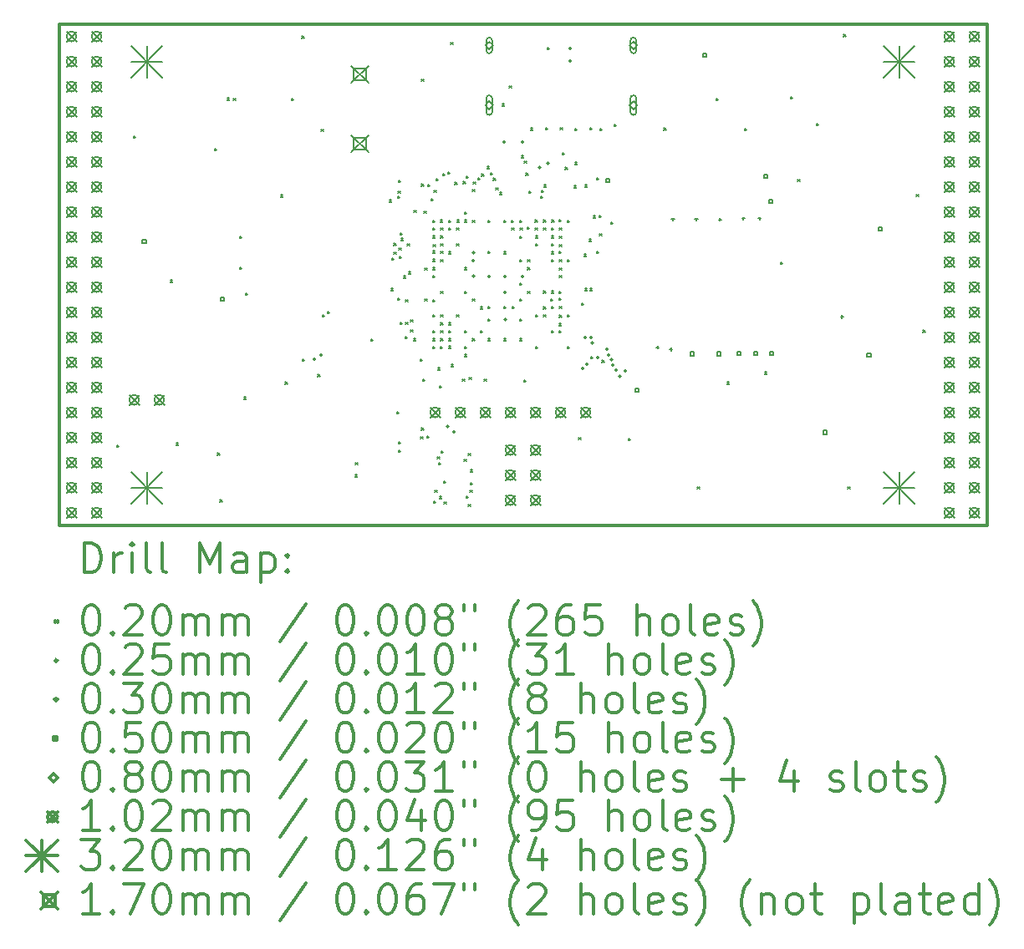
<source format=gbr>
%FSLAX45Y45*%
G04 Gerber Fmt 4.5, Leading zero omitted, Abs format (unit mm)*
G04 Created by KiCad (PCBNEW 4.0.5+dfsg1-4) date Thu May 18 23:29:41 2017*
%MOMM*%
%LPD*%
G01*
G04 APERTURE LIST*
%ADD10C,0.127000*%
%ADD11C,0.300000*%
%ADD12C,0.200000*%
G04 APERTURE END LIST*
D10*
D11*
X9410000Y-6142000D02*
X9410000Y-11222000D01*
X18808000Y-6142000D02*
X9410000Y-6142000D01*
X18808000Y-11222000D02*
X18808000Y-6142000D01*
X9410000Y-11222000D02*
X18808000Y-11222000D01*
D12*
X9998000Y-10410000D02*
X10018000Y-10430000D01*
X10018000Y-10410000D02*
X9998000Y-10430000D01*
X10167275Y-7278465D02*
X10187275Y-7298465D01*
X10187275Y-7278465D02*
X10167275Y-7298465D01*
X10536244Y-8738297D02*
X10556244Y-8758297D01*
X10556244Y-8738297D02*
X10536244Y-8758297D01*
X10598000Y-10390000D02*
X10618000Y-10410000D01*
X10618000Y-10390000D02*
X10598000Y-10410000D01*
X10985000Y-7402000D02*
X11005000Y-7422000D01*
X11005000Y-7402000D02*
X10985000Y-7422000D01*
X11018000Y-10490000D02*
X11038000Y-10510000D01*
X11038000Y-10490000D02*
X11018000Y-10510000D01*
X11042966Y-10966034D02*
X11062966Y-10986034D01*
X11062966Y-10966034D02*
X11042966Y-10986034D01*
X11113000Y-6892500D02*
X11133000Y-6912500D01*
X11133000Y-6892500D02*
X11113000Y-6912500D01*
X11178000Y-6894000D02*
X11198000Y-6914000D01*
X11198000Y-6894000D02*
X11178000Y-6914000D01*
X11241500Y-8291000D02*
X11261500Y-8311000D01*
X11261500Y-8291000D02*
X11241500Y-8311000D01*
X11241500Y-8608500D02*
X11261500Y-8628500D01*
X11261500Y-8608500D02*
X11241500Y-8628500D01*
X11283591Y-9924409D02*
X11303591Y-9944409D01*
X11303591Y-9924409D02*
X11283591Y-9944409D01*
X11298000Y-8870000D02*
X11318000Y-8890000D01*
X11318000Y-8870000D02*
X11298000Y-8890000D01*
X11653864Y-7875029D02*
X11673864Y-7895029D01*
X11673864Y-7875029D02*
X11653864Y-7895029D01*
X11702166Y-9771727D02*
X11722166Y-9791727D01*
X11722166Y-9771727D02*
X11702166Y-9791727D01*
X11764953Y-6894000D02*
X11784953Y-6914000D01*
X11784953Y-6894000D02*
X11764953Y-6914000D01*
X11871085Y-6266089D02*
X11891085Y-6286089D01*
X11891085Y-6266089D02*
X11871085Y-6286089D01*
X11874380Y-9539822D02*
X11894380Y-9559822D01*
X11894380Y-9539822D02*
X11874380Y-9559822D01*
X12033000Y-9695000D02*
X12053000Y-9715000D01*
X12053000Y-9695000D02*
X12033000Y-9715000D01*
X12067000Y-7211500D02*
X12087000Y-7231500D01*
X12087000Y-7211500D02*
X12067000Y-7231500D01*
X12078000Y-9090000D02*
X12098000Y-9110000D01*
X12098000Y-9090000D02*
X12078000Y-9110000D01*
X12130862Y-9053246D02*
X12150862Y-9073246D01*
X12150862Y-9053246D02*
X12130862Y-9073246D01*
X12410242Y-10710764D02*
X12430242Y-10730764D01*
X12430242Y-10710764D02*
X12410242Y-10730764D01*
X12415398Y-10588254D02*
X12435398Y-10608254D01*
X12435398Y-10588254D02*
X12415398Y-10608254D01*
X12572728Y-9335266D02*
X12592728Y-9355266D01*
X12592728Y-9335266D02*
X12572728Y-9355266D01*
X12754366Y-7925556D02*
X12774366Y-7945556D01*
X12774366Y-7925556D02*
X12754366Y-7945556D01*
X12771644Y-8821207D02*
X12791644Y-8841207D01*
X12791644Y-8821207D02*
X12771644Y-8841207D01*
X12784686Y-8512655D02*
X12804686Y-8532655D01*
X12804686Y-8512655D02*
X12784686Y-8532655D01*
X12802348Y-8453784D02*
X12822348Y-8473784D01*
X12822348Y-8453784D02*
X12802348Y-8473784D01*
X12804848Y-8366706D02*
X12824848Y-8386706D01*
X12824848Y-8366706D02*
X12804848Y-8386706D01*
X12834133Y-10069588D02*
X12854133Y-10089588D01*
X12854133Y-10069588D02*
X12834133Y-10089588D01*
X12839057Y-8917988D02*
X12859057Y-8937988D01*
X12859057Y-8917988D02*
X12839057Y-8937988D01*
X12841590Y-7889418D02*
X12861590Y-7909418D01*
X12861590Y-7889418D02*
X12841590Y-7909418D01*
X12846973Y-7836992D02*
X12866973Y-7856992D01*
X12866973Y-7836992D02*
X12846973Y-7856992D01*
X12849525Y-7727781D02*
X12869525Y-7747781D01*
X12869525Y-7727781D02*
X12849525Y-7747781D01*
X12850280Y-10377254D02*
X12870280Y-10397254D01*
X12870280Y-10377254D02*
X12850280Y-10397254D01*
X12851011Y-10461457D02*
X12871011Y-10481457D01*
X12871011Y-10461457D02*
X12851011Y-10481457D01*
X12854575Y-8412225D02*
X12874575Y-8432225D01*
X12874575Y-8412225D02*
X12854575Y-8432225D01*
X12856404Y-8496626D02*
X12876404Y-8516626D01*
X12876404Y-8496626D02*
X12856404Y-8516626D01*
X12864323Y-9162956D02*
X12884323Y-9182956D01*
X12884323Y-9162956D02*
X12864323Y-9182956D01*
X12865984Y-8261009D02*
X12885984Y-8281009D01*
X12885984Y-8261009D02*
X12865984Y-8281009D01*
X12876144Y-8315864D02*
X12896144Y-8335864D01*
X12896144Y-8315864D02*
X12876144Y-8335864D01*
X12899530Y-8694825D02*
X12919530Y-8714825D01*
X12919530Y-8694825D02*
X12899530Y-8714825D01*
X12917915Y-9311667D02*
X12937915Y-9331667D01*
X12937915Y-9311667D02*
X12917915Y-9331667D01*
X12920650Y-9163578D02*
X12940650Y-9183578D01*
X12940650Y-9163578D02*
X12920650Y-9183578D01*
X12923458Y-8938264D02*
X12943458Y-8958264D01*
X12943458Y-8938264D02*
X12923458Y-8958264D01*
X12940061Y-8367799D02*
X12960061Y-8387799D01*
X12960061Y-8367799D02*
X12940061Y-8387799D01*
X12949953Y-8654407D02*
X12969953Y-8674407D01*
X12969953Y-8654407D02*
X12949953Y-8674407D01*
X12973842Y-9243977D02*
X12993842Y-9263977D01*
X12993842Y-9243977D02*
X12973842Y-9263977D01*
X12974244Y-9138787D02*
X12994244Y-9158787D01*
X12994244Y-9138787D02*
X12974244Y-9158787D01*
X13002401Y-9331328D02*
X13022401Y-9351328D01*
X13022401Y-9331328D02*
X13002401Y-9351328D01*
X13007344Y-8029822D02*
X13027344Y-8049822D01*
X13027344Y-8029822D02*
X13007344Y-8049822D01*
X13070707Y-9535414D02*
X13090707Y-9555414D01*
X13090707Y-9535414D02*
X13070707Y-9555414D01*
X13073949Y-10325498D02*
X13093949Y-10345498D01*
X13093949Y-10325498D02*
X13073949Y-10345498D01*
X13081453Y-10236965D02*
X13101453Y-10256965D01*
X13101453Y-10236965D02*
X13081453Y-10256965D01*
X13081984Y-7764262D02*
X13101984Y-7784262D01*
X13101984Y-7764262D02*
X13081984Y-7784262D01*
X13082744Y-6701962D02*
X13102744Y-6721962D01*
X13102744Y-6701962D02*
X13082744Y-6721962D01*
X13093936Y-9738729D02*
X13113936Y-9758729D01*
X13113936Y-9738729D02*
X13093936Y-9758729D01*
X13108000Y-8040000D02*
X13128000Y-8060000D01*
X13128000Y-8040000D02*
X13108000Y-8060000D01*
X13115453Y-8615136D02*
X13135453Y-8635136D01*
X13135453Y-8615136D02*
X13115453Y-8635136D01*
X13118000Y-8930000D02*
X13138000Y-8950000D01*
X13138000Y-8930000D02*
X13118000Y-8950000D01*
X13135385Y-10319621D02*
X13155385Y-10339621D01*
X13155385Y-10319621D02*
X13135385Y-10339621D01*
X13146502Y-7769099D02*
X13166502Y-7789099D01*
X13166502Y-7769099D02*
X13146502Y-7789099D01*
X13178000Y-7910000D02*
X13198000Y-7930000D01*
X13198000Y-7910000D02*
X13178000Y-7930000D01*
X13197765Y-9087799D02*
X13217765Y-9107799D01*
X13217765Y-9087799D02*
X13197765Y-9107799D01*
X13197789Y-8611496D02*
X13217789Y-8631496D01*
X13217789Y-8611496D02*
X13197789Y-8631496D01*
X13197962Y-8527095D02*
X13217962Y-8547095D01*
X13217962Y-8527095D02*
X13197962Y-8547095D01*
X13198000Y-8440334D02*
X13218000Y-8460334D01*
X13218000Y-8440334D02*
X13198000Y-8460334D01*
X13198000Y-8130000D02*
X13218000Y-8150000D01*
X13218000Y-8130000D02*
X13198000Y-8150000D01*
X13198000Y-8207799D02*
X13218000Y-8227799D01*
X13218000Y-8207799D02*
X13198000Y-8227799D01*
X13198000Y-8690000D02*
X13218000Y-8710000D01*
X13218000Y-8690000D02*
X13198000Y-8710000D01*
X13198000Y-8934402D02*
X13218000Y-8954402D01*
X13218000Y-8934402D02*
X13198000Y-8954402D01*
X13198000Y-9250000D02*
X13218000Y-9270000D01*
X13218000Y-9250000D02*
X13198000Y-9270000D01*
X13198000Y-9330000D02*
X13218000Y-9350000D01*
X13218000Y-9330000D02*
X13198000Y-9350000D01*
X13198000Y-9410000D02*
X13218000Y-9430000D01*
X13218000Y-9410000D02*
X13198000Y-9430000D01*
X13198482Y-8287799D02*
X13218482Y-8307799D01*
X13218482Y-8287799D02*
X13198482Y-8307799D01*
X13201744Y-8376602D02*
X13221744Y-8396602D01*
X13221744Y-8376602D02*
X13201744Y-8396602D01*
X13205028Y-10978912D02*
X13225028Y-10998912D01*
X13225028Y-10978912D02*
X13205028Y-10998912D01*
X13211045Y-7827583D02*
X13231045Y-7847583D01*
X13231045Y-7827583D02*
X13211045Y-7847583D01*
X13218000Y-10870000D02*
X13238000Y-10890000D01*
X13238000Y-10870000D02*
X13218000Y-10890000D01*
X13229761Y-7711481D02*
X13249761Y-7731481D01*
X13249761Y-7711481D02*
X13229761Y-7731481D01*
X13244000Y-10530000D02*
X13264000Y-10550000D01*
X13264000Y-10530000D02*
X13244000Y-10550000D01*
X13247282Y-9628386D02*
X13267282Y-9648386D01*
X13267282Y-9628386D02*
X13247282Y-9648386D01*
X13255619Y-10587619D02*
X13275619Y-10607619D01*
X13275619Y-10587619D02*
X13255619Y-10607619D01*
X13264803Y-10932068D02*
X13284803Y-10952068D01*
X13284803Y-10932068D02*
X13264803Y-10952068D01*
X13265267Y-9807892D02*
X13285267Y-9827892D01*
X13285267Y-9807892D02*
X13265267Y-9827892D01*
X13274623Y-9409707D02*
X13294623Y-9429707D01*
X13294623Y-9409707D02*
X13274623Y-9429707D01*
X13275799Y-8129053D02*
X13295799Y-8149053D01*
X13295799Y-8129053D02*
X13275799Y-8149053D01*
X13277580Y-8532199D02*
X13297580Y-8552199D01*
X13297580Y-8532199D02*
X13277580Y-8552199D01*
X13278000Y-8210000D02*
X13298000Y-8230000D01*
X13298000Y-8210000D02*
X13278000Y-8230000D01*
X13278000Y-8290000D02*
X13298000Y-8310000D01*
X13298000Y-8290000D02*
X13278000Y-8310000D01*
X13278000Y-8850000D02*
X13298000Y-8870000D01*
X13298000Y-8850000D02*
X13278000Y-8870000D01*
X13278000Y-9090000D02*
X13298000Y-9110000D01*
X13298000Y-9090000D02*
X13278000Y-9110000D01*
X13278000Y-9170000D02*
X13298000Y-9190000D01*
X13298000Y-9170000D02*
X13278000Y-9190000D01*
X13278000Y-9250000D02*
X13298000Y-9270000D01*
X13298000Y-9250000D02*
X13278000Y-9270000D01*
X13278000Y-9330000D02*
X13298000Y-9350000D01*
X13298000Y-9330000D02*
X13278000Y-9350000D01*
X13278042Y-8446513D02*
X13298042Y-8466513D01*
X13298042Y-8446513D02*
X13278042Y-8466513D01*
X13278650Y-8367799D02*
X13298650Y-8387799D01*
X13298650Y-8367799D02*
X13278650Y-8387799D01*
X13281858Y-10470000D02*
X13301858Y-10490000D01*
X13301858Y-10470000D02*
X13281858Y-10490000D01*
X13299153Y-7658736D02*
X13319153Y-7678736D01*
X13319153Y-7658736D02*
X13299153Y-7678736D01*
X13305701Y-10773989D02*
X13325701Y-10793989D01*
X13325701Y-10773989D02*
X13305701Y-10793989D01*
X13311600Y-10983400D02*
X13331600Y-11003400D01*
X13331600Y-10983400D02*
X13311600Y-11003400D01*
X13349508Y-7643184D02*
X13369508Y-7663184D01*
X13369508Y-7643184D02*
X13349508Y-7663184D01*
X13357194Y-8449520D02*
X13377194Y-8469520D01*
X13377194Y-8449520D02*
X13357194Y-8469520D01*
X13358000Y-8210000D02*
X13378000Y-8230000D01*
X13378000Y-8210000D02*
X13358000Y-8230000D01*
X13358000Y-9170000D02*
X13378000Y-9190000D01*
X13378000Y-9170000D02*
X13358000Y-9190000D01*
X13358000Y-9250000D02*
X13378000Y-9270000D01*
X13378000Y-9250000D02*
X13358000Y-9270000D01*
X13358567Y-9330248D02*
X13378567Y-9350248D01*
X13378567Y-9330248D02*
X13358567Y-9350248D01*
X13359024Y-9408016D02*
X13379024Y-9428016D01*
X13379024Y-9408016D02*
X13359024Y-9428016D01*
X13360201Y-8130000D02*
X13380201Y-8150000D01*
X13380201Y-8130000D02*
X13360201Y-8150000D01*
X13378000Y-6330000D02*
X13398000Y-6350000D01*
X13398000Y-6330000D02*
X13378000Y-6350000D01*
X13381998Y-9593873D02*
X13401998Y-9613873D01*
X13401998Y-9593873D02*
X13381998Y-9613873D01*
X13421411Y-7746423D02*
X13441411Y-7766423D01*
X13441411Y-7746423D02*
X13421411Y-7766423D01*
X13438000Y-8210000D02*
X13458000Y-8230000D01*
X13458000Y-8210000D02*
X13438000Y-8230000D01*
X13438000Y-8370000D02*
X13458000Y-8390000D01*
X13458000Y-8370000D02*
X13438000Y-8390000D01*
X13438000Y-9090000D02*
X13458000Y-9110000D01*
X13458000Y-9090000D02*
X13438000Y-9110000D01*
X13444602Y-8129060D02*
X13464602Y-8149060D01*
X13464602Y-8129060D02*
X13444602Y-8149060D01*
X13498546Y-9743179D02*
X13518546Y-9763179D01*
X13518546Y-9743179D02*
X13498546Y-9763179D01*
X13505812Y-7740288D02*
X13525812Y-7760288D01*
X13525812Y-7740288D02*
X13505812Y-7760288D01*
X13514800Y-10551600D02*
X13534800Y-10571600D01*
X13534800Y-10551600D02*
X13514800Y-10571600D01*
X13517331Y-8851860D02*
X13537331Y-8871860D01*
X13537331Y-8851860D02*
X13517331Y-8871860D01*
X13517488Y-8129060D02*
X13537488Y-8149060D01*
X13537488Y-8129060D02*
X13517488Y-8149060D01*
X13518000Y-8050000D02*
X13538000Y-8070000D01*
X13538000Y-8050000D02*
X13518000Y-8070000D01*
X13518000Y-8610000D02*
X13538000Y-8630000D01*
X13538000Y-8610000D02*
X13518000Y-8630000D01*
X13518000Y-9250000D02*
X13538000Y-9270000D01*
X13538000Y-9250000D02*
X13518000Y-9270000D01*
X13518000Y-9410000D02*
X13538000Y-9430000D01*
X13538000Y-9410000D02*
X13518000Y-9430000D01*
X13518000Y-9490000D02*
X13538000Y-9510000D01*
X13538000Y-9490000D02*
X13518000Y-9510000D01*
X13537195Y-10926588D02*
X13557195Y-10946588D01*
X13557195Y-10926588D02*
X13537195Y-10946588D01*
X13537378Y-7684923D02*
X13557378Y-7704923D01*
X13557378Y-7684923D02*
X13537378Y-7704923D01*
X13558000Y-10493799D02*
X13578000Y-10513799D01*
X13578000Y-10493799D02*
X13558000Y-10513799D01*
X13558000Y-11010000D02*
X13578000Y-11030000D01*
X13578000Y-11010000D02*
X13558000Y-11030000D01*
X13567000Y-9723813D02*
X13587000Y-9743813D01*
X13587000Y-9723813D02*
X13567000Y-9743813D01*
X13575325Y-10869239D02*
X13595325Y-10889239D01*
X13595325Y-10869239D02*
X13575325Y-10889239D01*
X13575519Y-10792264D02*
X13595519Y-10812264D01*
X13595519Y-10792264D02*
X13575519Y-10812264D01*
X13578416Y-10659601D02*
X13598416Y-10679601D01*
X13598416Y-10659601D02*
X13578416Y-10679601D01*
X13598000Y-8130000D02*
X13618000Y-8150000D01*
X13618000Y-8130000D02*
X13598000Y-8150000D01*
X13598000Y-9330000D02*
X13618000Y-9350000D01*
X13618000Y-9330000D02*
X13598000Y-9350000D01*
X13598517Y-8929483D02*
X13618517Y-8949483D01*
X13618517Y-8929483D02*
X13598517Y-8949483D01*
X13600201Y-7816859D02*
X13620201Y-7836859D01*
X13620201Y-7816859D02*
X13600201Y-7836859D01*
X13607038Y-7743099D02*
X13627038Y-7763099D01*
X13627038Y-7743099D02*
X13607038Y-7763099D01*
X13654520Y-7700918D02*
X13674520Y-7720918D01*
X13674520Y-7700918D02*
X13654520Y-7720918D01*
X13678000Y-9250000D02*
X13698000Y-9270000D01*
X13698000Y-9250000D02*
X13678000Y-9270000D01*
X13678517Y-9009483D02*
X13698517Y-9029483D01*
X13698517Y-9009483D02*
X13678517Y-9029483D01*
X13692375Y-7664252D02*
X13712375Y-7684252D01*
X13712375Y-7664252D02*
X13692375Y-7684252D01*
X13718870Y-9743874D02*
X13738870Y-9763874D01*
X13738870Y-9743874D02*
X13718870Y-9763874D01*
X13748934Y-7587419D02*
X13768934Y-7607419D01*
X13768934Y-7587419D02*
X13748934Y-7607419D01*
X13756589Y-9130245D02*
X13776589Y-9150245D01*
X13776589Y-9130245D02*
X13756589Y-9150245D01*
X13758000Y-8130000D02*
X13778000Y-8150000D01*
X13778000Y-8130000D02*
X13758000Y-8150000D01*
X13758000Y-9007299D02*
X13778000Y-9027299D01*
X13778000Y-9007299D02*
X13758000Y-9027299D01*
X13758000Y-9330000D02*
X13778000Y-9350000D01*
X13778000Y-9330000D02*
X13758000Y-9350000D01*
X13758056Y-8443409D02*
X13778056Y-8463409D01*
X13778056Y-8443409D02*
X13758056Y-8463409D01*
X13780635Y-7647724D02*
X13800635Y-7667724D01*
X13800635Y-7647724D02*
X13780635Y-7667724D01*
X13812336Y-7706418D02*
X13832336Y-7726418D01*
X13832336Y-7706418D02*
X13812336Y-7726418D01*
X13837475Y-7801776D02*
X13857475Y-7821776D01*
X13857475Y-7801776D02*
X13837475Y-7821776D01*
X13875738Y-7850080D02*
X13895738Y-7870080D01*
X13895738Y-7850080D02*
X13875738Y-7870080D01*
X13898000Y-6950000D02*
X13918000Y-6970000D01*
X13918000Y-6950000D02*
X13898000Y-6970000D01*
X13917252Y-8451135D02*
X13937252Y-8471135D01*
X13937252Y-8451135D02*
X13917252Y-8471135D01*
X13918000Y-8130000D02*
X13938000Y-8150000D01*
X13938000Y-8130000D02*
X13918000Y-8150000D01*
X13918000Y-9002299D02*
X13938000Y-9022299D01*
X13938000Y-9002299D02*
X13918000Y-9022299D01*
X13918000Y-9330000D02*
X13938000Y-9350000D01*
X13938000Y-9330000D02*
X13918000Y-9350000D01*
X13972000Y-6767000D02*
X13992000Y-6787000D01*
X13992000Y-6767000D02*
X13972000Y-6787000D01*
X13993599Y-8130000D02*
X14013599Y-8150000D01*
X14013599Y-8130000D02*
X13993599Y-8150000D01*
X13998000Y-8210000D02*
X14018000Y-8230000D01*
X14018000Y-8210000D02*
X13998000Y-8230000D01*
X13999489Y-9002299D02*
X14019489Y-9022299D01*
X14019489Y-9002299D02*
X13999489Y-9022299D01*
X14076403Y-8294140D02*
X14096403Y-8314140D01*
X14096403Y-8294140D02*
X14076403Y-8314140D01*
X14077419Y-9133335D02*
X14097419Y-9153335D01*
X14097419Y-9133335D02*
X14077419Y-9153335D01*
X14078000Y-8130000D02*
X14098000Y-8150000D01*
X14098000Y-8130000D02*
X14078000Y-8150000D01*
X14078000Y-8530000D02*
X14098000Y-8550000D01*
X14098000Y-8530000D02*
X14078000Y-8550000D01*
X14078000Y-8770000D02*
X14098000Y-8790000D01*
X14098000Y-8770000D02*
X14078000Y-8790000D01*
X14078000Y-8930000D02*
X14098000Y-8950000D01*
X14098000Y-8930000D02*
X14078000Y-8950000D01*
X14078000Y-9330000D02*
X14098000Y-9350000D01*
X14098000Y-9330000D02*
X14078000Y-9350000D01*
X14082401Y-8207928D02*
X14102401Y-8227928D01*
X14102401Y-8207928D02*
X14082401Y-8227928D01*
X14094664Y-7477380D02*
X14114664Y-7497380D01*
X14114664Y-7477380D02*
X14094664Y-7497380D01*
X14118000Y-9750000D02*
X14138000Y-9770000D01*
X14138000Y-9750000D02*
X14118000Y-9770000D01*
X14122988Y-7531564D02*
X14142988Y-7551564D01*
X14142988Y-7531564D02*
X14122988Y-7551564D01*
X14139991Y-7654792D02*
X14159991Y-7674792D01*
X14159991Y-7654792D02*
X14139991Y-7674792D01*
X14155799Y-8203034D02*
X14175799Y-8223034D01*
X14175799Y-8203034D02*
X14155799Y-8223034D01*
X14158000Y-8530000D02*
X14178000Y-8550000D01*
X14178000Y-8530000D02*
X14158000Y-8550000D01*
X14158000Y-8610000D02*
X14178000Y-8630000D01*
X14178000Y-8610000D02*
X14158000Y-8630000D01*
X14158000Y-8850000D02*
X14178000Y-8870000D01*
X14178000Y-8850000D02*
X14158000Y-8870000D01*
X14172011Y-7834694D02*
X14192011Y-7854694D01*
X14192011Y-7834694D02*
X14172011Y-7854694D01*
X14189303Y-7195617D02*
X14209303Y-7215617D01*
X14209303Y-7195617D02*
X14189303Y-7215617D01*
X14235799Y-8128224D02*
X14255799Y-8148224D01*
X14255799Y-8128224D02*
X14235799Y-8148224D01*
X14235799Y-8209139D02*
X14255799Y-8229139D01*
X14255799Y-8209139D02*
X14235799Y-8229139D01*
X14237355Y-8289891D02*
X14257355Y-8309891D01*
X14257355Y-8289891D02*
X14237355Y-8309891D01*
X14238000Y-8370000D02*
X14258000Y-8390000D01*
X14258000Y-8370000D02*
X14238000Y-8390000D01*
X14238000Y-9090000D02*
X14258000Y-9110000D01*
X14258000Y-9090000D02*
X14238000Y-9110000D01*
X14238000Y-9410000D02*
X14258000Y-9430000D01*
X14258000Y-9410000D02*
X14238000Y-9430000D01*
X14292031Y-7887926D02*
X14312031Y-7907926D01*
X14312031Y-7887926D02*
X14292031Y-7907926D01*
X14298723Y-7827519D02*
X14318723Y-7847519D01*
X14318723Y-7827519D02*
X14298723Y-7847519D01*
X14317803Y-8849503D02*
X14337803Y-8869503D01*
X14337803Y-8849503D02*
X14317803Y-8869503D01*
X14318000Y-9090000D02*
X14338000Y-9110000D01*
X14338000Y-9090000D02*
X14318000Y-9110000D01*
X14318182Y-9010195D02*
X14338182Y-9030195D01*
X14338182Y-9010195D02*
X14318182Y-9030195D01*
X14320201Y-8128173D02*
X14340201Y-8148173D01*
X14340201Y-8128173D02*
X14320201Y-8148173D01*
X14320201Y-8209499D02*
X14340201Y-8229499D01*
X14340201Y-8209499D02*
X14320201Y-8229499D01*
X14322321Y-7773748D02*
X14342321Y-7793748D01*
X14342321Y-7773748D02*
X14322321Y-7793748D01*
X14338578Y-7193017D02*
X14358578Y-7213017D01*
X14358578Y-7193017D02*
X14338578Y-7213017D01*
X14358000Y-6380000D02*
X14378000Y-6400000D01*
X14378000Y-6380000D02*
X14358000Y-6400000D01*
X14393579Y-8929761D02*
X14413579Y-8949761D01*
X14413579Y-8929761D02*
X14393579Y-8949761D01*
X14397690Y-8208645D02*
X14417690Y-8228645D01*
X14417690Y-8208645D02*
X14397690Y-8228645D01*
X14398000Y-8290000D02*
X14418000Y-8310000D01*
X14418000Y-8290000D02*
X14398000Y-8310000D01*
X14398000Y-8370000D02*
X14418000Y-8390000D01*
X14418000Y-8370000D02*
X14398000Y-8390000D01*
X14398000Y-8450000D02*
X14418000Y-8470000D01*
X14418000Y-8450000D02*
X14398000Y-8470000D01*
X14398000Y-9250000D02*
X14418000Y-9270000D01*
X14418000Y-9250000D02*
X14398000Y-9270000D01*
X14398052Y-8529722D02*
X14418052Y-8549722D01*
X14418052Y-8529722D02*
X14398052Y-8549722D01*
X14398242Y-9003286D02*
X14418242Y-9023286D01*
X14418242Y-9003286D02*
X14398242Y-9023286D01*
X14398283Y-8848451D02*
X14418283Y-8868451D01*
X14418283Y-8848451D02*
X14398283Y-8868451D01*
X14404602Y-8127478D02*
X14424602Y-8147478D01*
X14424602Y-8127478D02*
X14404602Y-8147478D01*
X14476639Y-8123398D02*
X14496639Y-8143398D01*
X14496639Y-8123398D02*
X14476639Y-8143398D01*
X14476942Y-8918885D02*
X14496942Y-8938885D01*
X14496942Y-8918885D02*
X14476942Y-8938885D01*
X14477765Y-8852201D02*
X14497765Y-8872201D01*
X14497765Y-8852201D02*
X14477765Y-8872201D01*
X14477769Y-8443293D02*
X14497769Y-8463293D01*
X14497769Y-8443293D02*
X14477769Y-8463293D01*
X14478235Y-9247799D02*
X14498235Y-9267799D01*
X14498235Y-9247799D02*
X14478235Y-9267799D01*
X14478278Y-9177765D02*
X14498278Y-9197765D01*
X14498278Y-9177765D02*
X14478278Y-9197765D01*
X14478509Y-8207799D02*
X14498509Y-8227799D01*
X14498509Y-8207799D02*
X14478509Y-8227799D01*
X14478522Y-9092124D02*
X14498522Y-9112124D01*
X14498522Y-9092124D02*
X14478522Y-9112124D01*
X14478569Y-9003286D02*
X14498569Y-9023286D01*
X14498569Y-9003286D02*
X14478569Y-9023286D01*
X14478654Y-8528519D02*
X14498654Y-8548519D01*
X14498654Y-8528519D02*
X14478654Y-8548519D01*
X14478856Y-8689382D02*
X14498856Y-8709382D01*
X14498856Y-8689382D02*
X14478856Y-8709382D01*
X14479038Y-8376602D02*
X14499038Y-8396602D01*
X14499038Y-8376602D02*
X14479038Y-8396602D01*
X14479410Y-8292201D02*
X14499410Y-8312201D01*
X14499410Y-8292201D02*
X14479410Y-8312201D01*
X14480128Y-8616874D02*
X14500128Y-8636874D01*
X14500128Y-8616874D02*
X14480128Y-8636874D01*
X14489572Y-7194354D02*
X14509572Y-7214354D01*
X14509572Y-7194354D02*
X14489572Y-7214354D01*
X14507287Y-7447730D02*
X14527287Y-7467730D01*
X14527287Y-7447730D02*
X14507287Y-7467730D01*
X14539401Y-7595533D02*
X14559401Y-7615533D01*
X14559401Y-7595533D02*
X14539401Y-7615533D01*
X14558000Y-8130000D02*
X14578000Y-8150000D01*
X14578000Y-8130000D02*
X14558000Y-8150000D01*
X14558000Y-8532201D02*
X14578000Y-8552201D01*
X14578000Y-8532201D02*
X14558000Y-8552201D01*
X14558000Y-9090000D02*
X14578000Y-9110000D01*
X14578000Y-9090000D02*
X14558000Y-9110000D01*
X14558000Y-9410000D02*
X14578000Y-9430000D01*
X14578000Y-9410000D02*
X14558000Y-9430000D01*
X14628717Y-7781899D02*
X14648717Y-7801899D01*
X14648717Y-7781899D02*
X14628717Y-7801899D01*
X14635665Y-7542833D02*
X14655665Y-7562833D01*
X14655665Y-7542833D02*
X14635665Y-7562833D01*
X14637220Y-7201944D02*
X14657220Y-7221944D01*
X14657220Y-7201944D02*
X14637220Y-7221944D01*
X14674429Y-10335274D02*
X14694429Y-10355274D01*
X14694429Y-10335274D02*
X14674429Y-10355274D01*
X14702593Y-8970288D02*
X14722593Y-8990288D01*
X14722593Y-8970288D02*
X14702593Y-8990288D01*
X14732247Y-8475859D02*
X14752247Y-8495859D01*
X14752247Y-8475859D02*
X14732247Y-8495859D01*
X14737067Y-8822484D02*
X14757067Y-8842484D01*
X14757067Y-8822484D02*
X14737067Y-8842484D01*
X14738000Y-7772201D02*
X14758000Y-7792201D01*
X14758000Y-7772201D02*
X14738000Y-7792201D01*
X14779417Y-8323581D02*
X14799417Y-8343581D01*
X14799417Y-8323581D02*
X14779417Y-8343581D01*
X14788736Y-7194805D02*
X14808736Y-7214805D01*
X14808736Y-7194805D02*
X14788736Y-7214805D01*
X14789768Y-8822484D02*
X14809768Y-8842484D01*
X14809768Y-8822484D02*
X14789768Y-8842484D01*
X14797412Y-9512933D02*
X14817412Y-9532933D01*
X14817412Y-9512933D02*
X14797412Y-9532933D01*
X14823777Y-8087578D02*
X14843777Y-8107578D01*
X14843777Y-8087578D02*
X14823777Y-8107578D01*
X14853988Y-7702493D02*
X14873988Y-7722493D01*
X14873988Y-7702493D02*
X14853988Y-7722493D01*
X14856880Y-8445039D02*
X14876880Y-8465039D01*
X14876880Y-8445039D02*
X14856880Y-8465039D01*
X14883585Y-8079901D02*
X14903585Y-8099901D01*
X14903585Y-8079901D02*
X14883585Y-8099901D01*
X14887565Y-8265534D02*
X14907565Y-8285534D01*
X14907565Y-8265534D02*
X14887565Y-8285534D01*
X14889119Y-7199368D02*
X14909119Y-7219368D01*
X14909119Y-7199368D02*
X14889119Y-7219368D01*
X14910771Y-9550529D02*
X14930771Y-9570529D01*
X14930771Y-9550529D02*
X14910771Y-9570529D01*
X14998000Y-8150000D02*
X15018000Y-8170000D01*
X15018000Y-8150000D02*
X14998000Y-8170000D01*
X15035722Y-7157236D02*
X15055722Y-7177236D01*
X15055722Y-7157236D02*
X15035722Y-7177236D01*
X15179638Y-10341072D02*
X15199638Y-10361072D01*
X15199638Y-10341072D02*
X15179638Y-10361072D01*
X15538000Y-7197896D02*
X15558000Y-7217896D01*
X15558000Y-7197896D02*
X15538000Y-7217896D01*
X15877000Y-10831000D02*
X15897000Y-10851000D01*
X15897000Y-10831000D02*
X15877000Y-10851000D01*
X16067500Y-6894000D02*
X16087500Y-6914000D01*
X16087500Y-6894000D02*
X16067500Y-6914000D01*
X16178000Y-9770000D02*
X16198000Y-9790000D01*
X16198000Y-9770000D02*
X16178000Y-9790000D01*
X16353258Y-7199647D02*
X16373258Y-7219647D01*
X16373258Y-7199647D02*
X16353258Y-7219647D01*
X16558000Y-9670000D02*
X16578000Y-9690000D01*
X16578000Y-9670000D02*
X16558000Y-9690000D01*
X16717617Y-8553865D02*
X16737617Y-8573865D01*
X16737617Y-8553865D02*
X16717617Y-8573865D01*
X16821917Y-6878201D02*
X16841917Y-6898201D01*
X16841917Y-6878201D02*
X16821917Y-6898201D01*
X16893000Y-7719500D02*
X16913000Y-7739500D01*
X16913000Y-7719500D02*
X16893000Y-7739500D01*
X17083500Y-7148000D02*
X17103500Y-7168000D01*
X17103500Y-7148000D02*
X17083500Y-7168000D01*
X17358000Y-6250000D02*
X17378000Y-6270000D01*
X17378000Y-6250000D02*
X17358000Y-6270000D01*
X17401000Y-10831000D02*
X17421000Y-10851000D01*
X17421000Y-10831000D02*
X17401000Y-10851000D01*
X18096500Y-7868500D02*
X18116500Y-7888500D01*
X18116500Y-7868500D02*
X18096500Y-7888500D01*
X18163000Y-9245000D02*
X18183000Y-9265000D01*
X18183000Y-9245000D02*
X18163000Y-9265000D01*
X12010516Y-9541295D02*
G75*
G03X12010516Y-9541295I-12700J0D01*
G01*
X12076103Y-9497760D02*
G75*
G03X12076103Y-9497760I-12700J0D01*
G01*
X13357629Y-10223262D02*
G75*
G03X13357629Y-10223262I-12700J0D01*
G01*
X13420141Y-10275223D02*
G75*
G03X13420141Y-10275223I-12700J0D01*
G01*
X13620700Y-8460000D02*
G75*
G03X13620700Y-8460000I-12700J0D01*
G01*
X13620700Y-8540000D02*
G75*
G03X13620700Y-8540000I-12700J0D01*
G01*
X13623799Y-8699540D02*
G75*
G03X13623799Y-8699540I-12700J0D01*
G01*
X13780700Y-8700000D02*
G75*
G03X13780700Y-8700000I-12700J0D01*
G01*
X13931242Y-7337804D02*
G75*
G03X13931242Y-7337804I-12700J0D01*
G01*
X13940700Y-8700000D02*
G75*
G03X13940700Y-8700000I-12700J0D01*
G01*
X13940700Y-8860000D02*
G75*
G03X13940700Y-8860000I-12700J0D01*
G01*
X13943964Y-9135970D02*
G75*
G03X13943964Y-9135970I-12700J0D01*
G01*
X14115614Y-7339101D02*
G75*
G03X14115614Y-7339101I-12700J0D01*
G01*
X14116986Y-8699500D02*
G75*
G03X14116986Y-8699500I-12700J0D01*
G01*
X14290285Y-7593915D02*
G75*
G03X14290285Y-7593915I-12700J0D01*
G01*
X14375267Y-7552125D02*
G75*
G03X14375267Y-7552125I-12700J0D01*
G01*
X14597886Y-6518923D02*
G75*
G03X14597886Y-6518923I-12700J0D01*
G01*
X14600073Y-6392085D02*
G75*
G03X14600073Y-6392085I-12700J0D01*
G01*
X14726708Y-9633992D02*
G75*
G03X14726708Y-9633992I-12700J0D01*
G01*
X14752909Y-9320901D02*
G75*
G03X14752909Y-9320901I-12700J0D01*
G01*
X14766147Y-9591326D02*
G75*
G03X14766147Y-9591326I-12700J0D01*
G01*
X14810990Y-9319373D02*
G75*
G03X14810990Y-9319373I-12700J0D01*
G01*
X14823724Y-9376062D02*
G75*
G03X14823724Y-9376062I-12700J0D01*
G01*
X14878093Y-9523995D02*
G75*
G03X14878093Y-9523995I-12700J0D01*
G01*
X14974686Y-9437887D02*
G75*
G03X14974686Y-9437887I-12700J0D01*
G01*
X14990624Y-9494419D02*
G75*
G03X14990624Y-9494419I-12700J0D01*
G01*
X15019903Y-9544603D02*
G75*
G03X15019903Y-9544603I-12700J0D01*
G01*
X15032486Y-9601326D02*
G75*
G03X15032486Y-9601326I-12700J0D01*
G01*
X15064591Y-9649751D02*
G75*
G03X15064591Y-9649751I-12700J0D01*
G01*
X15102216Y-9710492D02*
G75*
G03X15102216Y-9710492I-12700J0D01*
G01*
X15155392Y-9658465D02*
G75*
G03X15155392Y-9658465I-12700J0D01*
G01*
X15472629Y-9402136D02*
X15472629Y-9432136D01*
X15457629Y-9417136D02*
X15487629Y-9417136D01*
X15607711Y-9423078D02*
X15607711Y-9453078D01*
X15592711Y-9438078D02*
X15622711Y-9438078D01*
X15628000Y-8106084D02*
X15628000Y-8136084D01*
X15613000Y-8121084D02*
X15643000Y-8121084D01*
X15868000Y-8106084D02*
X15868000Y-8136084D01*
X15853000Y-8121084D02*
X15883000Y-8121084D01*
X16106799Y-8106612D02*
X16106799Y-8136612D01*
X16091799Y-8121612D02*
X16121799Y-8121612D01*
X16342203Y-8097066D02*
X16342203Y-8127066D01*
X16327203Y-8112066D02*
X16357203Y-8112066D01*
X16505661Y-8096283D02*
X16505661Y-8126283D01*
X16490661Y-8111283D02*
X16520661Y-8111283D01*
X17342338Y-9092688D02*
X17342338Y-9122688D01*
X17327338Y-9107688D02*
X17357338Y-9107688D01*
X10290863Y-8366301D02*
X10290863Y-8330946D01*
X10255507Y-8330946D01*
X10255507Y-8366301D01*
X10290863Y-8366301D01*
X11079415Y-8946398D02*
X11079415Y-8911042D01*
X11044059Y-8911042D01*
X11044059Y-8946398D01*
X11079415Y-8946398D01*
X14988751Y-7746651D02*
X14988751Y-7711296D01*
X14953396Y-7711296D01*
X14953396Y-7746651D01*
X14988751Y-7746651D01*
X15279782Y-9869675D02*
X15279782Y-9834319D01*
X15244427Y-9834319D01*
X15244427Y-9869675D01*
X15279782Y-9869675D01*
X15841046Y-9502939D02*
X15841046Y-9467584D01*
X15805691Y-9467584D01*
X15805691Y-9502939D01*
X15841046Y-9502939D01*
X15965678Y-6477678D02*
X15965678Y-6442322D01*
X15930322Y-6442322D01*
X15930322Y-6477678D01*
X15965678Y-6477678D01*
X16108519Y-9502730D02*
X16108519Y-9467375D01*
X16073163Y-9467375D01*
X16073163Y-9502730D01*
X16108519Y-9502730D01*
X16316953Y-9499696D02*
X16316953Y-9464341D01*
X16281597Y-9464341D01*
X16281597Y-9499696D01*
X16316953Y-9499696D01*
X16483055Y-9500233D02*
X16483055Y-9464877D01*
X16447699Y-9464877D01*
X16447699Y-9500233D01*
X16483055Y-9500233D01*
X16583377Y-7700284D02*
X16583377Y-7664928D01*
X16548021Y-7664928D01*
X16548021Y-7700284D01*
X16583377Y-7700284D01*
X16637070Y-7956567D02*
X16637070Y-7921212D01*
X16601714Y-7921212D01*
X16601714Y-7956567D01*
X16637070Y-7956567D01*
X16645678Y-9497678D02*
X16645678Y-9462322D01*
X16610322Y-9462322D01*
X16610322Y-9497678D01*
X16645678Y-9497678D01*
X17186824Y-10298173D02*
X17186824Y-10262818D01*
X17151468Y-10262818D01*
X17151468Y-10298173D01*
X17186824Y-10298173D01*
X17631124Y-9512232D02*
X17631124Y-9476876D01*
X17595768Y-9476876D01*
X17595768Y-9512232D01*
X17631124Y-9512232D01*
X17746996Y-8239485D02*
X17746996Y-8204130D01*
X17711641Y-8204130D01*
X17711641Y-8239485D01*
X17746996Y-8239485D01*
X13768000Y-6400000D02*
X13808000Y-6360000D01*
X13768000Y-6320000D01*
X13728000Y-6360000D01*
X13768000Y-6400000D01*
X13738000Y-6310000D02*
X13738000Y-6410000D01*
X13798000Y-6310000D02*
X13798000Y-6410000D01*
X13738000Y-6410000D02*
G75*
G03X13798000Y-6410000I30000J0D01*
G01*
X13798000Y-6310000D02*
G75*
G03X13738000Y-6310000I-30000J0D01*
G01*
X13768000Y-7005000D02*
X13808000Y-6965000D01*
X13768000Y-6925000D01*
X13728000Y-6965000D01*
X13768000Y-7005000D01*
X13738000Y-6895000D02*
X13738000Y-7035000D01*
X13798000Y-6895000D02*
X13798000Y-7035000D01*
X13738000Y-7035000D02*
G75*
G03X13798000Y-7035000I30000J0D01*
G01*
X13798000Y-6895000D02*
G75*
G03X13738000Y-6895000I-30000J0D01*
G01*
X15228000Y-6400000D02*
X15268000Y-6360000D01*
X15228000Y-6320000D01*
X15188000Y-6360000D01*
X15228000Y-6400000D01*
X15198000Y-6310000D02*
X15198000Y-6410000D01*
X15258000Y-6310000D02*
X15258000Y-6410000D01*
X15198000Y-6410000D02*
G75*
G03X15258000Y-6410000I30000J0D01*
G01*
X15258000Y-6310000D02*
G75*
G03X15198000Y-6310000I-30000J0D01*
G01*
X15228000Y-7005000D02*
X15268000Y-6965000D01*
X15228000Y-6925000D01*
X15188000Y-6965000D01*
X15228000Y-7005000D01*
X15198000Y-6895000D02*
X15198000Y-7035000D01*
X15258000Y-6895000D02*
X15258000Y-7035000D01*
X15198000Y-7035000D02*
G75*
G03X15258000Y-7035000I30000J0D01*
G01*
X15258000Y-6895000D02*
G75*
G03X15198000Y-6895000I-30000J0D01*
G01*
X9486200Y-6218200D02*
X9587800Y-6319800D01*
X9587800Y-6218200D02*
X9486200Y-6319800D01*
X9587800Y-6269000D02*
G75*
G03X9587800Y-6269000I-50800J0D01*
G01*
X9486200Y-6472200D02*
X9587800Y-6573800D01*
X9587800Y-6472200D02*
X9486200Y-6573800D01*
X9587800Y-6523000D02*
G75*
G03X9587800Y-6523000I-50800J0D01*
G01*
X9486200Y-6726200D02*
X9587800Y-6827800D01*
X9587800Y-6726200D02*
X9486200Y-6827800D01*
X9587800Y-6777000D02*
G75*
G03X9587800Y-6777000I-50800J0D01*
G01*
X9486200Y-6980200D02*
X9587800Y-7081800D01*
X9587800Y-6980200D02*
X9486200Y-7081800D01*
X9587800Y-7031000D02*
G75*
G03X9587800Y-7031000I-50800J0D01*
G01*
X9486200Y-7234200D02*
X9587800Y-7335800D01*
X9587800Y-7234200D02*
X9486200Y-7335800D01*
X9587800Y-7285000D02*
G75*
G03X9587800Y-7285000I-50800J0D01*
G01*
X9486200Y-7488200D02*
X9587800Y-7589800D01*
X9587800Y-7488200D02*
X9486200Y-7589800D01*
X9587800Y-7539000D02*
G75*
G03X9587800Y-7539000I-50800J0D01*
G01*
X9486200Y-7742200D02*
X9587800Y-7843800D01*
X9587800Y-7742200D02*
X9486200Y-7843800D01*
X9587800Y-7793000D02*
G75*
G03X9587800Y-7793000I-50800J0D01*
G01*
X9486200Y-7996200D02*
X9587800Y-8097800D01*
X9587800Y-7996200D02*
X9486200Y-8097800D01*
X9587800Y-8047000D02*
G75*
G03X9587800Y-8047000I-50800J0D01*
G01*
X9486200Y-8250200D02*
X9587800Y-8351800D01*
X9587800Y-8250200D02*
X9486200Y-8351800D01*
X9587800Y-8301000D02*
G75*
G03X9587800Y-8301000I-50800J0D01*
G01*
X9486200Y-8504200D02*
X9587800Y-8605800D01*
X9587800Y-8504200D02*
X9486200Y-8605800D01*
X9587800Y-8555000D02*
G75*
G03X9587800Y-8555000I-50800J0D01*
G01*
X9486200Y-8758200D02*
X9587800Y-8859800D01*
X9587800Y-8758200D02*
X9486200Y-8859800D01*
X9587800Y-8809000D02*
G75*
G03X9587800Y-8809000I-50800J0D01*
G01*
X9486200Y-9012200D02*
X9587800Y-9113800D01*
X9587800Y-9012200D02*
X9486200Y-9113800D01*
X9587800Y-9063000D02*
G75*
G03X9587800Y-9063000I-50800J0D01*
G01*
X9486200Y-9266200D02*
X9587800Y-9367800D01*
X9587800Y-9266200D02*
X9486200Y-9367800D01*
X9587800Y-9317000D02*
G75*
G03X9587800Y-9317000I-50800J0D01*
G01*
X9486200Y-9520200D02*
X9587800Y-9621800D01*
X9587800Y-9520200D02*
X9486200Y-9621800D01*
X9587800Y-9571000D02*
G75*
G03X9587800Y-9571000I-50800J0D01*
G01*
X9486200Y-9774200D02*
X9587800Y-9875800D01*
X9587800Y-9774200D02*
X9486200Y-9875800D01*
X9587800Y-9825000D02*
G75*
G03X9587800Y-9825000I-50800J0D01*
G01*
X9486200Y-10028200D02*
X9587800Y-10129800D01*
X9587800Y-10028200D02*
X9486200Y-10129800D01*
X9587800Y-10079000D02*
G75*
G03X9587800Y-10079000I-50800J0D01*
G01*
X9486200Y-10282200D02*
X9587800Y-10383800D01*
X9587800Y-10282200D02*
X9486200Y-10383800D01*
X9587800Y-10333000D02*
G75*
G03X9587800Y-10333000I-50800J0D01*
G01*
X9486200Y-10536200D02*
X9587800Y-10637800D01*
X9587800Y-10536200D02*
X9486200Y-10637800D01*
X9587800Y-10587000D02*
G75*
G03X9587800Y-10587000I-50800J0D01*
G01*
X9486200Y-10790200D02*
X9587800Y-10891800D01*
X9587800Y-10790200D02*
X9486200Y-10891800D01*
X9587800Y-10841000D02*
G75*
G03X9587800Y-10841000I-50800J0D01*
G01*
X9486200Y-11044200D02*
X9587800Y-11145800D01*
X9587800Y-11044200D02*
X9486200Y-11145800D01*
X9587800Y-11095000D02*
G75*
G03X9587800Y-11095000I-50800J0D01*
G01*
X9740200Y-6218200D02*
X9841800Y-6319800D01*
X9841800Y-6218200D02*
X9740200Y-6319800D01*
X9841800Y-6269000D02*
G75*
G03X9841800Y-6269000I-50800J0D01*
G01*
X9740200Y-6472200D02*
X9841800Y-6573800D01*
X9841800Y-6472200D02*
X9740200Y-6573800D01*
X9841800Y-6523000D02*
G75*
G03X9841800Y-6523000I-50800J0D01*
G01*
X9740200Y-6726200D02*
X9841800Y-6827800D01*
X9841800Y-6726200D02*
X9740200Y-6827800D01*
X9841800Y-6777000D02*
G75*
G03X9841800Y-6777000I-50800J0D01*
G01*
X9740200Y-6980200D02*
X9841800Y-7081800D01*
X9841800Y-6980200D02*
X9740200Y-7081800D01*
X9841800Y-7031000D02*
G75*
G03X9841800Y-7031000I-50800J0D01*
G01*
X9740200Y-7234200D02*
X9841800Y-7335800D01*
X9841800Y-7234200D02*
X9740200Y-7335800D01*
X9841800Y-7285000D02*
G75*
G03X9841800Y-7285000I-50800J0D01*
G01*
X9740200Y-7488200D02*
X9841800Y-7589800D01*
X9841800Y-7488200D02*
X9740200Y-7589800D01*
X9841800Y-7539000D02*
G75*
G03X9841800Y-7539000I-50800J0D01*
G01*
X9740200Y-7742200D02*
X9841800Y-7843800D01*
X9841800Y-7742200D02*
X9740200Y-7843800D01*
X9841800Y-7793000D02*
G75*
G03X9841800Y-7793000I-50800J0D01*
G01*
X9740200Y-7996200D02*
X9841800Y-8097800D01*
X9841800Y-7996200D02*
X9740200Y-8097800D01*
X9841800Y-8047000D02*
G75*
G03X9841800Y-8047000I-50800J0D01*
G01*
X9740200Y-8250200D02*
X9841800Y-8351800D01*
X9841800Y-8250200D02*
X9740200Y-8351800D01*
X9841800Y-8301000D02*
G75*
G03X9841800Y-8301000I-50800J0D01*
G01*
X9740200Y-8504200D02*
X9841800Y-8605800D01*
X9841800Y-8504200D02*
X9740200Y-8605800D01*
X9841800Y-8555000D02*
G75*
G03X9841800Y-8555000I-50800J0D01*
G01*
X9740200Y-8758200D02*
X9841800Y-8859800D01*
X9841800Y-8758200D02*
X9740200Y-8859800D01*
X9841800Y-8809000D02*
G75*
G03X9841800Y-8809000I-50800J0D01*
G01*
X9740200Y-9012200D02*
X9841800Y-9113800D01*
X9841800Y-9012200D02*
X9740200Y-9113800D01*
X9841800Y-9063000D02*
G75*
G03X9841800Y-9063000I-50800J0D01*
G01*
X9740200Y-9266200D02*
X9841800Y-9367800D01*
X9841800Y-9266200D02*
X9740200Y-9367800D01*
X9841800Y-9317000D02*
G75*
G03X9841800Y-9317000I-50800J0D01*
G01*
X9740200Y-9520200D02*
X9841800Y-9621800D01*
X9841800Y-9520200D02*
X9740200Y-9621800D01*
X9841800Y-9571000D02*
G75*
G03X9841800Y-9571000I-50800J0D01*
G01*
X9740200Y-9774200D02*
X9841800Y-9875800D01*
X9841800Y-9774200D02*
X9740200Y-9875800D01*
X9841800Y-9825000D02*
G75*
G03X9841800Y-9825000I-50800J0D01*
G01*
X9740200Y-10028200D02*
X9841800Y-10129800D01*
X9841800Y-10028200D02*
X9740200Y-10129800D01*
X9841800Y-10079000D02*
G75*
G03X9841800Y-10079000I-50800J0D01*
G01*
X9740200Y-10282200D02*
X9841800Y-10383800D01*
X9841800Y-10282200D02*
X9740200Y-10383800D01*
X9841800Y-10333000D02*
G75*
G03X9841800Y-10333000I-50800J0D01*
G01*
X9740200Y-10536200D02*
X9841800Y-10637800D01*
X9841800Y-10536200D02*
X9740200Y-10637800D01*
X9841800Y-10587000D02*
G75*
G03X9841800Y-10587000I-50800J0D01*
G01*
X9740200Y-10790200D02*
X9841800Y-10891800D01*
X9841800Y-10790200D02*
X9740200Y-10891800D01*
X9841800Y-10841000D02*
G75*
G03X9841800Y-10841000I-50800J0D01*
G01*
X9740200Y-11044200D02*
X9841800Y-11145800D01*
X9841800Y-11044200D02*
X9740200Y-11145800D01*
X9841800Y-11095000D02*
G75*
G03X9841800Y-11095000I-50800J0D01*
G01*
X10121200Y-9901200D02*
X10222800Y-10002800D01*
X10222800Y-9901200D02*
X10121200Y-10002800D01*
X10222800Y-9952000D02*
G75*
G03X10222800Y-9952000I-50800J0D01*
G01*
X10375200Y-9901200D02*
X10476800Y-10002800D01*
X10476800Y-9901200D02*
X10375200Y-10002800D01*
X10476800Y-9952000D02*
G75*
G03X10476800Y-9952000I-50800J0D01*
G01*
X13169200Y-10028200D02*
X13270800Y-10129800D01*
X13270800Y-10028200D02*
X13169200Y-10129800D01*
X13270800Y-10079000D02*
G75*
G03X13270800Y-10079000I-50800J0D01*
G01*
X13423200Y-10028200D02*
X13524800Y-10129800D01*
X13524800Y-10028200D02*
X13423200Y-10129800D01*
X13524800Y-10079000D02*
G75*
G03X13524800Y-10079000I-50800J0D01*
G01*
X13677200Y-10028200D02*
X13778800Y-10129800D01*
X13778800Y-10028200D02*
X13677200Y-10129800D01*
X13778800Y-10079000D02*
G75*
G03X13778800Y-10079000I-50800J0D01*
G01*
X13931200Y-10028200D02*
X14032800Y-10129800D01*
X14032800Y-10028200D02*
X13931200Y-10129800D01*
X14032800Y-10079000D02*
G75*
G03X14032800Y-10079000I-50800J0D01*
G01*
X13931200Y-10409200D02*
X14032800Y-10510800D01*
X14032800Y-10409200D02*
X13931200Y-10510800D01*
X14032800Y-10460000D02*
G75*
G03X14032800Y-10460000I-50800J0D01*
G01*
X13931200Y-10663200D02*
X14032800Y-10764800D01*
X14032800Y-10663200D02*
X13931200Y-10764800D01*
X14032800Y-10714000D02*
G75*
G03X14032800Y-10714000I-50800J0D01*
G01*
X13931200Y-10917200D02*
X14032800Y-11018800D01*
X14032800Y-10917200D02*
X13931200Y-11018800D01*
X14032800Y-10968000D02*
G75*
G03X14032800Y-10968000I-50800J0D01*
G01*
X14185200Y-10028200D02*
X14286800Y-10129800D01*
X14286800Y-10028200D02*
X14185200Y-10129800D01*
X14286800Y-10079000D02*
G75*
G03X14286800Y-10079000I-50800J0D01*
G01*
X14185200Y-10409200D02*
X14286800Y-10510800D01*
X14286800Y-10409200D02*
X14185200Y-10510800D01*
X14286800Y-10460000D02*
G75*
G03X14286800Y-10460000I-50800J0D01*
G01*
X14185200Y-10663200D02*
X14286800Y-10764800D01*
X14286800Y-10663200D02*
X14185200Y-10764800D01*
X14286800Y-10714000D02*
G75*
G03X14286800Y-10714000I-50800J0D01*
G01*
X14185200Y-10917200D02*
X14286800Y-11018800D01*
X14286800Y-10917200D02*
X14185200Y-11018800D01*
X14286800Y-10968000D02*
G75*
G03X14286800Y-10968000I-50800J0D01*
G01*
X14439200Y-10028200D02*
X14540800Y-10129800D01*
X14540800Y-10028200D02*
X14439200Y-10129800D01*
X14540800Y-10079000D02*
G75*
G03X14540800Y-10079000I-50800J0D01*
G01*
X14693200Y-10028200D02*
X14794800Y-10129800D01*
X14794800Y-10028200D02*
X14693200Y-10129800D01*
X14794800Y-10079000D02*
G75*
G03X14794800Y-10079000I-50800J0D01*
G01*
X18376200Y-6218200D02*
X18477800Y-6319800D01*
X18477800Y-6218200D02*
X18376200Y-6319800D01*
X18477800Y-6269000D02*
G75*
G03X18477800Y-6269000I-50800J0D01*
G01*
X18376200Y-6472200D02*
X18477800Y-6573800D01*
X18477800Y-6472200D02*
X18376200Y-6573800D01*
X18477800Y-6523000D02*
G75*
G03X18477800Y-6523000I-50800J0D01*
G01*
X18376200Y-6726200D02*
X18477800Y-6827800D01*
X18477800Y-6726200D02*
X18376200Y-6827800D01*
X18477800Y-6777000D02*
G75*
G03X18477800Y-6777000I-50800J0D01*
G01*
X18376200Y-6980200D02*
X18477800Y-7081800D01*
X18477800Y-6980200D02*
X18376200Y-7081800D01*
X18477800Y-7031000D02*
G75*
G03X18477800Y-7031000I-50800J0D01*
G01*
X18376200Y-7234200D02*
X18477800Y-7335800D01*
X18477800Y-7234200D02*
X18376200Y-7335800D01*
X18477800Y-7285000D02*
G75*
G03X18477800Y-7285000I-50800J0D01*
G01*
X18376200Y-7488200D02*
X18477800Y-7589800D01*
X18477800Y-7488200D02*
X18376200Y-7589800D01*
X18477800Y-7539000D02*
G75*
G03X18477800Y-7539000I-50800J0D01*
G01*
X18376200Y-7742200D02*
X18477800Y-7843800D01*
X18477800Y-7742200D02*
X18376200Y-7843800D01*
X18477800Y-7793000D02*
G75*
G03X18477800Y-7793000I-50800J0D01*
G01*
X18376200Y-7996200D02*
X18477800Y-8097800D01*
X18477800Y-7996200D02*
X18376200Y-8097800D01*
X18477800Y-8047000D02*
G75*
G03X18477800Y-8047000I-50800J0D01*
G01*
X18376200Y-8250200D02*
X18477800Y-8351800D01*
X18477800Y-8250200D02*
X18376200Y-8351800D01*
X18477800Y-8301000D02*
G75*
G03X18477800Y-8301000I-50800J0D01*
G01*
X18376200Y-8504200D02*
X18477800Y-8605800D01*
X18477800Y-8504200D02*
X18376200Y-8605800D01*
X18477800Y-8555000D02*
G75*
G03X18477800Y-8555000I-50800J0D01*
G01*
X18376200Y-8758200D02*
X18477800Y-8859800D01*
X18477800Y-8758200D02*
X18376200Y-8859800D01*
X18477800Y-8809000D02*
G75*
G03X18477800Y-8809000I-50800J0D01*
G01*
X18376200Y-9012200D02*
X18477800Y-9113800D01*
X18477800Y-9012200D02*
X18376200Y-9113800D01*
X18477800Y-9063000D02*
G75*
G03X18477800Y-9063000I-50800J0D01*
G01*
X18376200Y-9266200D02*
X18477800Y-9367800D01*
X18477800Y-9266200D02*
X18376200Y-9367800D01*
X18477800Y-9317000D02*
G75*
G03X18477800Y-9317000I-50800J0D01*
G01*
X18376200Y-9520200D02*
X18477800Y-9621800D01*
X18477800Y-9520200D02*
X18376200Y-9621800D01*
X18477800Y-9571000D02*
G75*
G03X18477800Y-9571000I-50800J0D01*
G01*
X18376200Y-9774200D02*
X18477800Y-9875800D01*
X18477800Y-9774200D02*
X18376200Y-9875800D01*
X18477800Y-9825000D02*
G75*
G03X18477800Y-9825000I-50800J0D01*
G01*
X18376200Y-10028200D02*
X18477800Y-10129800D01*
X18477800Y-10028200D02*
X18376200Y-10129800D01*
X18477800Y-10079000D02*
G75*
G03X18477800Y-10079000I-50800J0D01*
G01*
X18376200Y-10282200D02*
X18477800Y-10383800D01*
X18477800Y-10282200D02*
X18376200Y-10383800D01*
X18477800Y-10333000D02*
G75*
G03X18477800Y-10333000I-50800J0D01*
G01*
X18376200Y-10536200D02*
X18477800Y-10637800D01*
X18477800Y-10536200D02*
X18376200Y-10637800D01*
X18477800Y-10587000D02*
G75*
G03X18477800Y-10587000I-50800J0D01*
G01*
X18376200Y-10790200D02*
X18477800Y-10891800D01*
X18477800Y-10790200D02*
X18376200Y-10891800D01*
X18477800Y-10841000D02*
G75*
G03X18477800Y-10841000I-50800J0D01*
G01*
X18376200Y-11044200D02*
X18477800Y-11145800D01*
X18477800Y-11044200D02*
X18376200Y-11145800D01*
X18477800Y-11095000D02*
G75*
G03X18477800Y-11095000I-50800J0D01*
G01*
X18630200Y-6218200D02*
X18731800Y-6319800D01*
X18731800Y-6218200D02*
X18630200Y-6319800D01*
X18731800Y-6269000D02*
G75*
G03X18731800Y-6269000I-50800J0D01*
G01*
X18630200Y-6472200D02*
X18731800Y-6573800D01*
X18731800Y-6472200D02*
X18630200Y-6573800D01*
X18731800Y-6523000D02*
G75*
G03X18731800Y-6523000I-50800J0D01*
G01*
X18630200Y-6726200D02*
X18731800Y-6827800D01*
X18731800Y-6726200D02*
X18630200Y-6827800D01*
X18731800Y-6777000D02*
G75*
G03X18731800Y-6777000I-50800J0D01*
G01*
X18630200Y-6980200D02*
X18731800Y-7081800D01*
X18731800Y-6980200D02*
X18630200Y-7081800D01*
X18731800Y-7031000D02*
G75*
G03X18731800Y-7031000I-50800J0D01*
G01*
X18630200Y-7234200D02*
X18731800Y-7335800D01*
X18731800Y-7234200D02*
X18630200Y-7335800D01*
X18731800Y-7285000D02*
G75*
G03X18731800Y-7285000I-50800J0D01*
G01*
X18630200Y-7488200D02*
X18731800Y-7589800D01*
X18731800Y-7488200D02*
X18630200Y-7589800D01*
X18731800Y-7539000D02*
G75*
G03X18731800Y-7539000I-50800J0D01*
G01*
X18630200Y-7742200D02*
X18731800Y-7843800D01*
X18731800Y-7742200D02*
X18630200Y-7843800D01*
X18731800Y-7793000D02*
G75*
G03X18731800Y-7793000I-50800J0D01*
G01*
X18630200Y-7996200D02*
X18731800Y-8097800D01*
X18731800Y-7996200D02*
X18630200Y-8097800D01*
X18731800Y-8047000D02*
G75*
G03X18731800Y-8047000I-50800J0D01*
G01*
X18630200Y-8250200D02*
X18731800Y-8351800D01*
X18731800Y-8250200D02*
X18630200Y-8351800D01*
X18731800Y-8301000D02*
G75*
G03X18731800Y-8301000I-50800J0D01*
G01*
X18630200Y-8504200D02*
X18731800Y-8605800D01*
X18731800Y-8504200D02*
X18630200Y-8605800D01*
X18731800Y-8555000D02*
G75*
G03X18731800Y-8555000I-50800J0D01*
G01*
X18630200Y-8758200D02*
X18731800Y-8859800D01*
X18731800Y-8758200D02*
X18630200Y-8859800D01*
X18731800Y-8809000D02*
G75*
G03X18731800Y-8809000I-50800J0D01*
G01*
X18630200Y-9012200D02*
X18731800Y-9113800D01*
X18731800Y-9012200D02*
X18630200Y-9113800D01*
X18731800Y-9063000D02*
G75*
G03X18731800Y-9063000I-50800J0D01*
G01*
X18630200Y-9266200D02*
X18731800Y-9367800D01*
X18731800Y-9266200D02*
X18630200Y-9367800D01*
X18731800Y-9317000D02*
G75*
G03X18731800Y-9317000I-50800J0D01*
G01*
X18630200Y-9520200D02*
X18731800Y-9621800D01*
X18731800Y-9520200D02*
X18630200Y-9621800D01*
X18731800Y-9571000D02*
G75*
G03X18731800Y-9571000I-50800J0D01*
G01*
X18630200Y-9774200D02*
X18731800Y-9875800D01*
X18731800Y-9774200D02*
X18630200Y-9875800D01*
X18731800Y-9825000D02*
G75*
G03X18731800Y-9825000I-50800J0D01*
G01*
X18630200Y-10028200D02*
X18731800Y-10129800D01*
X18731800Y-10028200D02*
X18630200Y-10129800D01*
X18731800Y-10079000D02*
G75*
G03X18731800Y-10079000I-50800J0D01*
G01*
X18630200Y-10282200D02*
X18731800Y-10383800D01*
X18731800Y-10282200D02*
X18630200Y-10383800D01*
X18731800Y-10333000D02*
G75*
G03X18731800Y-10333000I-50800J0D01*
G01*
X18630200Y-10536200D02*
X18731800Y-10637800D01*
X18731800Y-10536200D02*
X18630200Y-10637800D01*
X18731800Y-10587000D02*
G75*
G03X18731800Y-10587000I-50800J0D01*
G01*
X18630200Y-10790200D02*
X18731800Y-10891800D01*
X18731800Y-10790200D02*
X18630200Y-10891800D01*
X18731800Y-10841000D02*
G75*
G03X18731800Y-10841000I-50800J0D01*
G01*
X18630200Y-11044200D02*
X18731800Y-11145800D01*
X18731800Y-11044200D02*
X18630200Y-11145800D01*
X18731800Y-11095000D02*
G75*
G03X18731800Y-11095000I-50800J0D01*
G01*
X10139000Y-6363000D02*
X10459000Y-6683000D01*
X10459000Y-6363000D02*
X10139000Y-6683000D01*
X10299000Y-6363000D02*
X10299000Y-6683000D01*
X10139000Y-6523000D02*
X10459000Y-6523000D01*
X10139000Y-10681000D02*
X10459000Y-11001000D01*
X10459000Y-10681000D02*
X10139000Y-11001000D01*
X10299000Y-10681000D02*
X10299000Y-11001000D01*
X10139000Y-10841000D02*
X10459000Y-10841000D01*
X17759000Y-6363000D02*
X18079000Y-6683000D01*
X18079000Y-6363000D02*
X17759000Y-6683000D01*
X17919000Y-6363000D02*
X17919000Y-6683000D01*
X17759000Y-6523000D02*
X18079000Y-6523000D01*
X17759000Y-10681000D02*
X18079000Y-11001000D01*
X18079000Y-10681000D02*
X17759000Y-11001000D01*
X17919000Y-10681000D02*
X17919000Y-11001000D01*
X17759000Y-10841000D02*
X18079000Y-10841000D01*
X12373000Y-6569000D02*
X12543000Y-6739000D01*
X12543000Y-6569000D02*
X12373000Y-6739000D01*
X12518105Y-6714105D02*
X12518105Y-6593895D01*
X12397895Y-6593895D01*
X12397895Y-6714105D01*
X12518105Y-6714105D01*
X12373000Y-7269000D02*
X12543000Y-7439000D01*
X12543000Y-7269000D02*
X12373000Y-7439000D01*
X12518105Y-7414105D02*
X12518105Y-7293895D01*
X12397895Y-7293895D01*
X12397895Y-7414105D01*
X12518105Y-7414105D01*
D11*
X9666429Y-11702714D02*
X9666429Y-11402714D01*
X9737857Y-11402714D01*
X9780714Y-11417000D01*
X9809286Y-11445571D01*
X9823571Y-11474143D01*
X9837857Y-11531286D01*
X9837857Y-11574143D01*
X9823571Y-11631286D01*
X9809286Y-11659857D01*
X9780714Y-11688429D01*
X9737857Y-11702714D01*
X9666429Y-11702714D01*
X9966429Y-11702714D02*
X9966429Y-11502714D01*
X9966429Y-11559857D02*
X9980714Y-11531286D01*
X9995000Y-11517000D01*
X10023571Y-11502714D01*
X10052143Y-11502714D01*
X10152143Y-11702714D02*
X10152143Y-11502714D01*
X10152143Y-11402714D02*
X10137857Y-11417000D01*
X10152143Y-11431286D01*
X10166429Y-11417000D01*
X10152143Y-11402714D01*
X10152143Y-11431286D01*
X10337857Y-11702714D02*
X10309286Y-11688429D01*
X10295000Y-11659857D01*
X10295000Y-11402714D01*
X10495000Y-11702714D02*
X10466429Y-11688429D01*
X10452143Y-11659857D01*
X10452143Y-11402714D01*
X10837857Y-11702714D02*
X10837857Y-11402714D01*
X10937857Y-11617000D01*
X11037857Y-11402714D01*
X11037857Y-11702714D01*
X11309286Y-11702714D02*
X11309286Y-11545571D01*
X11295000Y-11517000D01*
X11266428Y-11502714D01*
X11209286Y-11502714D01*
X11180714Y-11517000D01*
X11309286Y-11688429D02*
X11280714Y-11702714D01*
X11209286Y-11702714D01*
X11180714Y-11688429D01*
X11166429Y-11659857D01*
X11166429Y-11631286D01*
X11180714Y-11602714D01*
X11209286Y-11588429D01*
X11280714Y-11588429D01*
X11309286Y-11574143D01*
X11452143Y-11502714D02*
X11452143Y-11802714D01*
X11452143Y-11517000D02*
X11480714Y-11502714D01*
X11537857Y-11502714D01*
X11566428Y-11517000D01*
X11580714Y-11531286D01*
X11595000Y-11559857D01*
X11595000Y-11645571D01*
X11580714Y-11674143D01*
X11566428Y-11688429D01*
X11537857Y-11702714D01*
X11480714Y-11702714D01*
X11452143Y-11688429D01*
X11723571Y-11674143D02*
X11737857Y-11688429D01*
X11723571Y-11702714D01*
X11709286Y-11688429D01*
X11723571Y-11674143D01*
X11723571Y-11702714D01*
X11723571Y-11517000D02*
X11737857Y-11531286D01*
X11723571Y-11545571D01*
X11709286Y-11531286D01*
X11723571Y-11517000D01*
X11723571Y-11545571D01*
X9375000Y-12187000D02*
X9395000Y-12207000D01*
X9395000Y-12187000D02*
X9375000Y-12207000D01*
X9723571Y-12032714D02*
X9752143Y-12032714D01*
X9780714Y-12047000D01*
X9795000Y-12061286D01*
X9809286Y-12089857D01*
X9823571Y-12147000D01*
X9823571Y-12218429D01*
X9809286Y-12275571D01*
X9795000Y-12304143D01*
X9780714Y-12318429D01*
X9752143Y-12332714D01*
X9723571Y-12332714D01*
X9695000Y-12318429D01*
X9680714Y-12304143D01*
X9666429Y-12275571D01*
X9652143Y-12218429D01*
X9652143Y-12147000D01*
X9666429Y-12089857D01*
X9680714Y-12061286D01*
X9695000Y-12047000D01*
X9723571Y-12032714D01*
X9952143Y-12304143D02*
X9966429Y-12318429D01*
X9952143Y-12332714D01*
X9937857Y-12318429D01*
X9952143Y-12304143D01*
X9952143Y-12332714D01*
X10080714Y-12061286D02*
X10095000Y-12047000D01*
X10123571Y-12032714D01*
X10195000Y-12032714D01*
X10223571Y-12047000D01*
X10237857Y-12061286D01*
X10252143Y-12089857D01*
X10252143Y-12118429D01*
X10237857Y-12161286D01*
X10066428Y-12332714D01*
X10252143Y-12332714D01*
X10437857Y-12032714D02*
X10466429Y-12032714D01*
X10495000Y-12047000D01*
X10509286Y-12061286D01*
X10523571Y-12089857D01*
X10537857Y-12147000D01*
X10537857Y-12218429D01*
X10523571Y-12275571D01*
X10509286Y-12304143D01*
X10495000Y-12318429D01*
X10466429Y-12332714D01*
X10437857Y-12332714D01*
X10409286Y-12318429D01*
X10395000Y-12304143D01*
X10380714Y-12275571D01*
X10366429Y-12218429D01*
X10366429Y-12147000D01*
X10380714Y-12089857D01*
X10395000Y-12061286D01*
X10409286Y-12047000D01*
X10437857Y-12032714D01*
X10666429Y-12332714D02*
X10666429Y-12132714D01*
X10666429Y-12161286D02*
X10680714Y-12147000D01*
X10709286Y-12132714D01*
X10752143Y-12132714D01*
X10780714Y-12147000D01*
X10795000Y-12175571D01*
X10795000Y-12332714D01*
X10795000Y-12175571D02*
X10809286Y-12147000D01*
X10837857Y-12132714D01*
X10880714Y-12132714D01*
X10909286Y-12147000D01*
X10923571Y-12175571D01*
X10923571Y-12332714D01*
X11066429Y-12332714D02*
X11066429Y-12132714D01*
X11066429Y-12161286D02*
X11080714Y-12147000D01*
X11109286Y-12132714D01*
X11152143Y-12132714D01*
X11180714Y-12147000D01*
X11195000Y-12175571D01*
X11195000Y-12332714D01*
X11195000Y-12175571D02*
X11209286Y-12147000D01*
X11237857Y-12132714D01*
X11280714Y-12132714D01*
X11309286Y-12147000D01*
X11323571Y-12175571D01*
X11323571Y-12332714D01*
X11909286Y-12018429D02*
X11652143Y-12404143D01*
X12295000Y-12032714D02*
X12323571Y-12032714D01*
X12352143Y-12047000D01*
X12366428Y-12061286D01*
X12380714Y-12089857D01*
X12395000Y-12147000D01*
X12395000Y-12218429D01*
X12380714Y-12275571D01*
X12366428Y-12304143D01*
X12352143Y-12318429D01*
X12323571Y-12332714D01*
X12295000Y-12332714D01*
X12266428Y-12318429D01*
X12252143Y-12304143D01*
X12237857Y-12275571D01*
X12223571Y-12218429D01*
X12223571Y-12147000D01*
X12237857Y-12089857D01*
X12252143Y-12061286D01*
X12266428Y-12047000D01*
X12295000Y-12032714D01*
X12523571Y-12304143D02*
X12537857Y-12318429D01*
X12523571Y-12332714D01*
X12509286Y-12318429D01*
X12523571Y-12304143D01*
X12523571Y-12332714D01*
X12723571Y-12032714D02*
X12752143Y-12032714D01*
X12780714Y-12047000D01*
X12795000Y-12061286D01*
X12809285Y-12089857D01*
X12823571Y-12147000D01*
X12823571Y-12218429D01*
X12809285Y-12275571D01*
X12795000Y-12304143D01*
X12780714Y-12318429D01*
X12752143Y-12332714D01*
X12723571Y-12332714D01*
X12695000Y-12318429D01*
X12680714Y-12304143D01*
X12666428Y-12275571D01*
X12652143Y-12218429D01*
X12652143Y-12147000D01*
X12666428Y-12089857D01*
X12680714Y-12061286D01*
X12695000Y-12047000D01*
X12723571Y-12032714D01*
X13009285Y-12032714D02*
X13037857Y-12032714D01*
X13066428Y-12047000D01*
X13080714Y-12061286D01*
X13095000Y-12089857D01*
X13109285Y-12147000D01*
X13109285Y-12218429D01*
X13095000Y-12275571D01*
X13080714Y-12304143D01*
X13066428Y-12318429D01*
X13037857Y-12332714D01*
X13009285Y-12332714D01*
X12980714Y-12318429D01*
X12966428Y-12304143D01*
X12952143Y-12275571D01*
X12937857Y-12218429D01*
X12937857Y-12147000D01*
X12952143Y-12089857D01*
X12966428Y-12061286D01*
X12980714Y-12047000D01*
X13009285Y-12032714D01*
X13280714Y-12161286D02*
X13252143Y-12147000D01*
X13237857Y-12132714D01*
X13223571Y-12104143D01*
X13223571Y-12089857D01*
X13237857Y-12061286D01*
X13252143Y-12047000D01*
X13280714Y-12032714D01*
X13337857Y-12032714D01*
X13366428Y-12047000D01*
X13380714Y-12061286D01*
X13395000Y-12089857D01*
X13395000Y-12104143D01*
X13380714Y-12132714D01*
X13366428Y-12147000D01*
X13337857Y-12161286D01*
X13280714Y-12161286D01*
X13252143Y-12175571D01*
X13237857Y-12189857D01*
X13223571Y-12218429D01*
X13223571Y-12275571D01*
X13237857Y-12304143D01*
X13252143Y-12318429D01*
X13280714Y-12332714D01*
X13337857Y-12332714D01*
X13366428Y-12318429D01*
X13380714Y-12304143D01*
X13395000Y-12275571D01*
X13395000Y-12218429D01*
X13380714Y-12189857D01*
X13366428Y-12175571D01*
X13337857Y-12161286D01*
X13509286Y-12032714D02*
X13509286Y-12089857D01*
X13623571Y-12032714D02*
X13623571Y-12089857D01*
X14066428Y-12447000D02*
X14052143Y-12432714D01*
X14023571Y-12389857D01*
X14009285Y-12361286D01*
X13995000Y-12318429D01*
X13980714Y-12247000D01*
X13980714Y-12189857D01*
X13995000Y-12118429D01*
X14009285Y-12075571D01*
X14023571Y-12047000D01*
X14052143Y-12004143D01*
X14066428Y-11989857D01*
X14166428Y-12061286D02*
X14180714Y-12047000D01*
X14209285Y-12032714D01*
X14280714Y-12032714D01*
X14309285Y-12047000D01*
X14323571Y-12061286D01*
X14337857Y-12089857D01*
X14337857Y-12118429D01*
X14323571Y-12161286D01*
X14152143Y-12332714D01*
X14337857Y-12332714D01*
X14595000Y-12032714D02*
X14537857Y-12032714D01*
X14509285Y-12047000D01*
X14495000Y-12061286D01*
X14466428Y-12104143D01*
X14452143Y-12161286D01*
X14452143Y-12275571D01*
X14466428Y-12304143D01*
X14480714Y-12318429D01*
X14509285Y-12332714D01*
X14566428Y-12332714D01*
X14595000Y-12318429D01*
X14609285Y-12304143D01*
X14623571Y-12275571D01*
X14623571Y-12204143D01*
X14609285Y-12175571D01*
X14595000Y-12161286D01*
X14566428Y-12147000D01*
X14509285Y-12147000D01*
X14480714Y-12161286D01*
X14466428Y-12175571D01*
X14452143Y-12204143D01*
X14895000Y-12032714D02*
X14752143Y-12032714D01*
X14737857Y-12175571D01*
X14752143Y-12161286D01*
X14780714Y-12147000D01*
X14852143Y-12147000D01*
X14880714Y-12161286D01*
X14895000Y-12175571D01*
X14909285Y-12204143D01*
X14909285Y-12275571D01*
X14895000Y-12304143D01*
X14880714Y-12318429D01*
X14852143Y-12332714D01*
X14780714Y-12332714D01*
X14752143Y-12318429D01*
X14737857Y-12304143D01*
X15266428Y-12332714D02*
X15266428Y-12032714D01*
X15395000Y-12332714D02*
X15395000Y-12175571D01*
X15380714Y-12147000D01*
X15352143Y-12132714D01*
X15309285Y-12132714D01*
X15280714Y-12147000D01*
X15266428Y-12161286D01*
X15580714Y-12332714D02*
X15552143Y-12318429D01*
X15537857Y-12304143D01*
X15523571Y-12275571D01*
X15523571Y-12189857D01*
X15537857Y-12161286D01*
X15552143Y-12147000D01*
X15580714Y-12132714D01*
X15623571Y-12132714D01*
X15652143Y-12147000D01*
X15666428Y-12161286D01*
X15680714Y-12189857D01*
X15680714Y-12275571D01*
X15666428Y-12304143D01*
X15652143Y-12318429D01*
X15623571Y-12332714D01*
X15580714Y-12332714D01*
X15852143Y-12332714D02*
X15823571Y-12318429D01*
X15809286Y-12289857D01*
X15809286Y-12032714D01*
X16080714Y-12318429D02*
X16052143Y-12332714D01*
X15995000Y-12332714D01*
X15966428Y-12318429D01*
X15952143Y-12289857D01*
X15952143Y-12175571D01*
X15966428Y-12147000D01*
X15995000Y-12132714D01*
X16052143Y-12132714D01*
X16080714Y-12147000D01*
X16095000Y-12175571D01*
X16095000Y-12204143D01*
X15952143Y-12232714D01*
X16209286Y-12318429D02*
X16237857Y-12332714D01*
X16295000Y-12332714D01*
X16323571Y-12318429D01*
X16337857Y-12289857D01*
X16337857Y-12275571D01*
X16323571Y-12247000D01*
X16295000Y-12232714D01*
X16252143Y-12232714D01*
X16223571Y-12218429D01*
X16209286Y-12189857D01*
X16209286Y-12175571D01*
X16223571Y-12147000D01*
X16252143Y-12132714D01*
X16295000Y-12132714D01*
X16323571Y-12147000D01*
X16437857Y-12447000D02*
X16452143Y-12432714D01*
X16480714Y-12389857D01*
X16495000Y-12361286D01*
X16509286Y-12318429D01*
X16523571Y-12247000D01*
X16523571Y-12189857D01*
X16509286Y-12118429D01*
X16495000Y-12075571D01*
X16480714Y-12047000D01*
X16452143Y-12004143D01*
X16437857Y-11989857D01*
X9395000Y-12593000D02*
G75*
G03X9395000Y-12593000I-12700J0D01*
G01*
X9723571Y-12428714D02*
X9752143Y-12428714D01*
X9780714Y-12443000D01*
X9795000Y-12457286D01*
X9809286Y-12485857D01*
X9823571Y-12543000D01*
X9823571Y-12614429D01*
X9809286Y-12671571D01*
X9795000Y-12700143D01*
X9780714Y-12714429D01*
X9752143Y-12728714D01*
X9723571Y-12728714D01*
X9695000Y-12714429D01*
X9680714Y-12700143D01*
X9666429Y-12671571D01*
X9652143Y-12614429D01*
X9652143Y-12543000D01*
X9666429Y-12485857D01*
X9680714Y-12457286D01*
X9695000Y-12443000D01*
X9723571Y-12428714D01*
X9952143Y-12700143D02*
X9966429Y-12714429D01*
X9952143Y-12728714D01*
X9937857Y-12714429D01*
X9952143Y-12700143D01*
X9952143Y-12728714D01*
X10080714Y-12457286D02*
X10095000Y-12443000D01*
X10123571Y-12428714D01*
X10195000Y-12428714D01*
X10223571Y-12443000D01*
X10237857Y-12457286D01*
X10252143Y-12485857D01*
X10252143Y-12514429D01*
X10237857Y-12557286D01*
X10066428Y-12728714D01*
X10252143Y-12728714D01*
X10523571Y-12428714D02*
X10380714Y-12428714D01*
X10366429Y-12571571D01*
X10380714Y-12557286D01*
X10409286Y-12543000D01*
X10480714Y-12543000D01*
X10509286Y-12557286D01*
X10523571Y-12571571D01*
X10537857Y-12600143D01*
X10537857Y-12671571D01*
X10523571Y-12700143D01*
X10509286Y-12714429D01*
X10480714Y-12728714D01*
X10409286Y-12728714D01*
X10380714Y-12714429D01*
X10366429Y-12700143D01*
X10666429Y-12728714D02*
X10666429Y-12528714D01*
X10666429Y-12557286D02*
X10680714Y-12543000D01*
X10709286Y-12528714D01*
X10752143Y-12528714D01*
X10780714Y-12543000D01*
X10795000Y-12571571D01*
X10795000Y-12728714D01*
X10795000Y-12571571D02*
X10809286Y-12543000D01*
X10837857Y-12528714D01*
X10880714Y-12528714D01*
X10909286Y-12543000D01*
X10923571Y-12571571D01*
X10923571Y-12728714D01*
X11066429Y-12728714D02*
X11066429Y-12528714D01*
X11066429Y-12557286D02*
X11080714Y-12543000D01*
X11109286Y-12528714D01*
X11152143Y-12528714D01*
X11180714Y-12543000D01*
X11195000Y-12571571D01*
X11195000Y-12728714D01*
X11195000Y-12571571D02*
X11209286Y-12543000D01*
X11237857Y-12528714D01*
X11280714Y-12528714D01*
X11309286Y-12543000D01*
X11323571Y-12571571D01*
X11323571Y-12728714D01*
X11909286Y-12414429D02*
X11652143Y-12800143D01*
X12295000Y-12428714D02*
X12323571Y-12428714D01*
X12352143Y-12443000D01*
X12366428Y-12457286D01*
X12380714Y-12485857D01*
X12395000Y-12543000D01*
X12395000Y-12614429D01*
X12380714Y-12671571D01*
X12366428Y-12700143D01*
X12352143Y-12714429D01*
X12323571Y-12728714D01*
X12295000Y-12728714D01*
X12266428Y-12714429D01*
X12252143Y-12700143D01*
X12237857Y-12671571D01*
X12223571Y-12614429D01*
X12223571Y-12543000D01*
X12237857Y-12485857D01*
X12252143Y-12457286D01*
X12266428Y-12443000D01*
X12295000Y-12428714D01*
X12523571Y-12700143D02*
X12537857Y-12714429D01*
X12523571Y-12728714D01*
X12509286Y-12714429D01*
X12523571Y-12700143D01*
X12523571Y-12728714D01*
X12723571Y-12428714D02*
X12752143Y-12428714D01*
X12780714Y-12443000D01*
X12795000Y-12457286D01*
X12809285Y-12485857D01*
X12823571Y-12543000D01*
X12823571Y-12614429D01*
X12809285Y-12671571D01*
X12795000Y-12700143D01*
X12780714Y-12714429D01*
X12752143Y-12728714D01*
X12723571Y-12728714D01*
X12695000Y-12714429D01*
X12680714Y-12700143D01*
X12666428Y-12671571D01*
X12652143Y-12614429D01*
X12652143Y-12543000D01*
X12666428Y-12485857D01*
X12680714Y-12457286D01*
X12695000Y-12443000D01*
X12723571Y-12428714D01*
X13109285Y-12728714D02*
X12937857Y-12728714D01*
X13023571Y-12728714D02*
X13023571Y-12428714D01*
X12995000Y-12471571D01*
X12966428Y-12500143D01*
X12937857Y-12514429D01*
X13295000Y-12428714D02*
X13323571Y-12428714D01*
X13352143Y-12443000D01*
X13366428Y-12457286D01*
X13380714Y-12485857D01*
X13395000Y-12543000D01*
X13395000Y-12614429D01*
X13380714Y-12671571D01*
X13366428Y-12700143D01*
X13352143Y-12714429D01*
X13323571Y-12728714D01*
X13295000Y-12728714D01*
X13266428Y-12714429D01*
X13252143Y-12700143D01*
X13237857Y-12671571D01*
X13223571Y-12614429D01*
X13223571Y-12543000D01*
X13237857Y-12485857D01*
X13252143Y-12457286D01*
X13266428Y-12443000D01*
X13295000Y-12428714D01*
X13509286Y-12428714D02*
X13509286Y-12485857D01*
X13623571Y-12428714D02*
X13623571Y-12485857D01*
X14066428Y-12843000D02*
X14052143Y-12828714D01*
X14023571Y-12785857D01*
X14009285Y-12757286D01*
X13995000Y-12714429D01*
X13980714Y-12643000D01*
X13980714Y-12585857D01*
X13995000Y-12514429D01*
X14009285Y-12471571D01*
X14023571Y-12443000D01*
X14052143Y-12400143D01*
X14066428Y-12385857D01*
X14152143Y-12428714D02*
X14337857Y-12428714D01*
X14237857Y-12543000D01*
X14280714Y-12543000D01*
X14309285Y-12557286D01*
X14323571Y-12571571D01*
X14337857Y-12600143D01*
X14337857Y-12671571D01*
X14323571Y-12700143D01*
X14309285Y-12714429D01*
X14280714Y-12728714D01*
X14195000Y-12728714D01*
X14166428Y-12714429D01*
X14152143Y-12700143D01*
X14623571Y-12728714D02*
X14452143Y-12728714D01*
X14537857Y-12728714D02*
X14537857Y-12428714D01*
X14509285Y-12471571D01*
X14480714Y-12500143D01*
X14452143Y-12514429D01*
X14980714Y-12728714D02*
X14980714Y-12428714D01*
X15109285Y-12728714D02*
X15109285Y-12571571D01*
X15095000Y-12543000D01*
X15066428Y-12528714D01*
X15023571Y-12528714D01*
X14995000Y-12543000D01*
X14980714Y-12557286D01*
X15295000Y-12728714D02*
X15266428Y-12714429D01*
X15252143Y-12700143D01*
X15237857Y-12671571D01*
X15237857Y-12585857D01*
X15252143Y-12557286D01*
X15266428Y-12543000D01*
X15295000Y-12528714D01*
X15337857Y-12528714D01*
X15366428Y-12543000D01*
X15380714Y-12557286D01*
X15395000Y-12585857D01*
X15395000Y-12671571D01*
X15380714Y-12700143D01*
X15366428Y-12714429D01*
X15337857Y-12728714D01*
X15295000Y-12728714D01*
X15566428Y-12728714D02*
X15537857Y-12714429D01*
X15523571Y-12685857D01*
X15523571Y-12428714D01*
X15795000Y-12714429D02*
X15766428Y-12728714D01*
X15709286Y-12728714D01*
X15680714Y-12714429D01*
X15666428Y-12685857D01*
X15666428Y-12571571D01*
X15680714Y-12543000D01*
X15709286Y-12528714D01*
X15766428Y-12528714D01*
X15795000Y-12543000D01*
X15809286Y-12571571D01*
X15809286Y-12600143D01*
X15666428Y-12628714D01*
X15923571Y-12714429D02*
X15952143Y-12728714D01*
X16009286Y-12728714D01*
X16037857Y-12714429D01*
X16052143Y-12685857D01*
X16052143Y-12671571D01*
X16037857Y-12643000D01*
X16009286Y-12628714D01*
X15966428Y-12628714D01*
X15937857Y-12614429D01*
X15923571Y-12585857D01*
X15923571Y-12571571D01*
X15937857Y-12543000D01*
X15966428Y-12528714D01*
X16009286Y-12528714D01*
X16037857Y-12543000D01*
X16152143Y-12843000D02*
X16166428Y-12828714D01*
X16195000Y-12785857D01*
X16209286Y-12757286D01*
X16223571Y-12714429D01*
X16237857Y-12643000D01*
X16237857Y-12585857D01*
X16223571Y-12514429D01*
X16209286Y-12471571D01*
X16195000Y-12443000D01*
X16166428Y-12400143D01*
X16152143Y-12385857D01*
X9380000Y-12974000D02*
X9380000Y-13004000D01*
X9365000Y-12989000D02*
X9395000Y-12989000D01*
X9723571Y-12824714D02*
X9752143Y-12824714D01*
X9780714Y-12839000D01*
X9795000Y-12853286D01*
X9809286Y-12881857D01*
X9823571Y-12939000D01*
X9823571Y-13010429D01*
X9809286Y-13067571D01*
X9795000Y-13096143D01*
X9780714Y-13110429D01*
X9752143Y-13124714D01*
X9723571Y-13124714D01*
X9695000Y-13110429D01*
X9680714Y-13096143D01*
X9666429Y-13067571D01*
X9652143Y-13010429D01*
X9652143Y-12939000D01*
X9666429Y-12881857D01*
X9680714Y-12853286D01*
X9695000Y-12839000D01*
X9723571Y-12824714D01*
X9952143Y-13096143D02*
X9966429Y-13110429D01*
X9952143Y-13124714D01*
X9937857Y-13110429D01*
X9952143Y-13096143D01*
X9952143Y-13124714D01*
X10066428Y-12824714D02*
X10252143Y-12824714D01*
X10152143Y-12939000D01*
X10195000Y-12939000D01*
X10223571Y-12953286D01*
X10237857Y-12967571D01*
X10252143Y-12996143D01*
X10252143Y-13067571D01*
X10237857Y-13096143D01*
X10223571Y-13110429D01*
X10195000Y-13124714D01*
X10109286Y-13124714D01*
X10080714Y-13110429D01*
X10066428Y-13096143D01*
X10437857Y-12824714D02*
X10466429Y-12824714D01*
X10495000Y-12839000D01*
X10509286Y-12853286D01*
X10523571Y-12881857D01*
X10537857Y-12939000D01*
X10537857Y-13010429D01*
X10523571Y-13067571D01*
X10509286Y-13096143D01*
X10495000Y-13110429D01*
X10466429Y-13124714D01*
X10437857Y-13124714D01*
X10409286Y-13110429D01*
X10395000Y-13096143D01*
X10380714Y-13067571D01*
X10366429Y-13010429D01*
X10366429Y-12939000D01*
X10380714Y-12881857D01*
X10395000Y-12853286D01*
X10409286Y-12839000D01*
X10437857Y-12824714D01*
X10666429Y-13124714D02*
X10666429Y-12924714D01*
X10666429Y-12953286D02*
X10680714Y-12939000D01*
X10709286Y-12924714D01*
X10752143Y-12924714D01*
X10780714Y-12939000D01*
X10795000Y-12967571D01*
X10795000Y-13124714D01*
X10795000Y-12967571D02*
X10809286Y-12939000D01*
X10837857Y-12924714D01*
X10880714Y-12924714D01*
X10909286Y-12939000D01*
X10923571Y-12967571D01*
X10923571Y-13124714D01*
X11066429Y-13124714D02*
X11066429Y-12924714D01*
X11066429Y-12953286D02*
X11080714Y-12939000D01*
X11109286Y-12924714D01*
X11152143Y-12924714D01*
X11180714Y-12939000D01*
X11195000Y-12967571D01*
X11195000Y-13124714D01*
X11195000Y-12967571D02*
X11209286Y-12939000D01*
X11237857Y-12924714D01*
X11280714Y-12924714D01*
X11309286Y-12939000D01*
X11323571Y-12967571D01*
X11323571Y-13124714D01*
X11909286Y-12810429D02*
X11652143Y-13196143D01*
X12295000Y-12824714D02*
X12323571Y-12824714D01*
X12352143Y-12839000D01*
X12366428Y-12853286D01*
X12380714Y-12881857D01*
X12395000Y-12939000D01*
X12395000Y-13010429D01*
X12380714Y-13067571D01*
X12366428Y-13096143D01*
X12352143Y-13110429D01*
X12323571Y-13124714D01*
X12295000Y-13124714D01*
X12266428Y-13110429D01*
X12252143Y-13096143D01*
X12237857Y-13067571D01*
X12223571Y-13010429D01*
X12223571Y-12939000D01*
X12237857Y-12881857D01*
X12252143Y-12853286D01*
X12266428Y-12839000D01*
X12295000Y-12824714D01*
X12523571Y-13096143D02*
X12537857Y-13110429D01*
X12523571Y-13124714D01*
X12509286Y-13110429D01*
X12523571Y-13096143D01*
X12523571Y-13124714D01*
X12723571Y-12824714D02*
X12752143Y-12824714D01*
X12780714Y-12839000D01*
X12795000Y-12853286D01*
X12809285Y-12881857D01*
X12823571Y-12939000D01*
X12823571Y-13010429D01*
X12809285Y-13067571D01*
X12795000Y-13096143D01*
X12780714Y-13110429D01*
X12752143Y-13124714D01*
X12723571Y-13124714D01*
X12695000Y-13110429D01*
X12680714Y-13096143D01*
X12666428Y-13067571D01*
X12652143Y-13010429D01*
X12652143Y-12939000D01*
X12666428Y-12881857D01*
X12680714Y-12853286D01*
X12695000Y-12839000D01*
X12723571Y-12824714D01*
X13109285Y-13124714D02*
X12937857Y-13124714D01*
X13023571Y-13124714D02*
X13023571Y-12824714D01*
X12995000Y-12867571D01*
X12966428Y-12896143D01*
X12937857Y-12910429D01*
X13223571Y-12853286D02*
X13237857Y-12839000D01*
X13266428Y-12824714D01*
X13337857Y-12824714D01*
X13366428Y-12839000D01*
X13380714Y-12853286D01*
X13395000Y-12881857D01*
X13395000Y-12910429D01*
X13380714Y-12953286D01*
X13209285Y-13124714D01*
X13395000Y-13124714D01*
X13509286Y-12824714D02*
X13509286Y-12881857D01*
X13623571Y-12824714D02*
X13623571Y-12881857D01*
X14066428Y-13239000D02*
X14052143Y-13224714D01*
X14023571Y-13181857D01*
X14009285Y-13153286D01*
X13995000Y-13110429D01*
X13980714Y-13039000D01*
X13980714Y-12981857D01*
X13995000Y-12910429D01*
X14009285Y-12867571D01*
X14023571Y-12839000D01*
X14052143Y-12796143D01*
X14066428Y-12781857D01*
X14223571Y-12953286D02*
X14195000Y-12939000D01*
X14180714Y-12924714D01*
X14166428Y-12896143D01*
X14166428Y-12881857D01*
X14180714Y-12853286D01*
X14195000Y-12839000D01*
X14223571Y-12824714D01*
X14280714Y-12824714D01*
X14309285Y-12839000D01*
X14323571Y-12853286D01*
X14337857Y-12881857D01*
X14337857Y-12896143D01*
X14323571Y-12924714D01*
X14309285Y-12939000D01*
X14280714Y-12953286D01*
X14223571Y-12953286D01*
X14195000Y-12967571D01*
X14180714Y-12981857D01*
X14166428Y-13010429D01*
X14166428Y-13067571D01*
X14180714Y-13096143D01*
X14195000Y-13110429D01*
X14223571Y-13124714D01*
X14280714Y-13124714D01*
X14309285Y-13110429D01*
X14323571Y-13096143D01*
X14337857Y-13067571D01*
X14337857Y-13010429D01*
X14323571Y-12981857D01*
X14309285Y-12967571D01*
X14280714Y-12953286D01*
X14695000Y-13124714D02*
X14695000Y-12824714D01*
X14823571Y-13124714D02*
X14823571Y-12967571D01*
X14809285Y-12939000D01*
X14780714Y-12924714D01*
X14737857Y-12924714D01*
X14709285Y-12939000D01*
X14695000Y-12953286D01*
X15009285Y-13124714D02*
X14980714Y-13110429D01*
X14966428Y-13096143D01*
X14952143Y-13067571D01*
X14952143Y-12981857D01*
X14966428Y-12953286D01*
X14980714Y-12939000D01*
X15009285Y-12924714D01*
X15052143Y-12924714D01*
X15080714Y-12939000D01*
X15095000Y-12953286D01*
X15109285Y-12981857D01*
X15109285Y-13067571D01*
X15095000Y-13096143D01*
X15080714Y-13110429D01*
X15052143Y-13124714D01*
X15009285Y-13124714D01*
X15280714Y-13124714D02*
X15252143Y-13110429D01*
X15237857Y-13081857D01*
X15237857Y-12824714D01*
X15509286Y-13110429D02*
X15480714Y-13124714D01*
X15423571Y-13124714D01*
X15395000Y-13110429D01*
X15380714Y-13081857D01*
X15380714Y-12967571D01*
X15395000Y-12939000D01*
X15423571Y-12924714D01*
X15480714Y-12924714D01*
X15509286Y-12939000D01*
X15523571Y-12967571D01*
X15523571Y-12996143D01*
X15380714Y-13024714D01*
X15637857Y-13110429D02*
X15666428Y-13124714D01*
X15723571Y-13124714D01*
X15752143Y-13110429D01*
X15766428Y-13081857D01*
X15766428Y-13067571D01*
X15752143Y-13039000D01*
X15723571Y-13024714D01*
X15680714Y-13024714D01*
X15652143Y-13010429D01*
X15637857Y-12981857D01*
X15637857Y-12967571D01*
X15652143Y-12939000D01*
X15680714Y-12924714D01*
X15723571Y-12924714D01*
X15752143Y-12939000D01*
X15866428Y-13239000D02*
X15880714Y-13224714D01*
X15909286Y-13181857D01*
X15923571Y-13153286D01*
X15937857Y-13110429D01*
X15952143Y-13039000D01*
X15952143Y-12981857D01*
X15937857Y-12910429D01*
X15923571Y-12867571D01*
X15909286Y-12839000D01*
X15880714Y-12796143D01*
X15866428Y-12781857D01*
X9387678Y-13402678D02*
X9387678Y-13367322D01*
X9352322Y-13367322D01*
X9352322Y-13402678D01*
X9387678Y-13402678D01*
X9723571Y-13220714D02*
X9752143Y-13220714D01*
X9780714Y-13235000D01*
X9795000Y-13249286D01*
X9809286Y-13277857D01*
X9823571Y-13335000D01*
X9823571Y-13406429D01*
X9809286Y-13463571D01*
X9795000Y-13492143D01*
X9780714Y-13506429D01*
X9752143Y-13520714D01*
X9723571Y-13520714D01*
X9695000Y-13506429D01*
X9680714Y-13492143D01*
X9666429Y-13463571D01*
X9652143Y-13406429D01*
X9652143Y-13335000D01*
X9666429Y-13277857D01*
X9680714Y-13249286D01*
X9695000Y-13235000D01*
X9723571Y-13220714D01*
X9952143Y-13492143D02*
X9966429Y-13506429D01*
X9952143Y-13520714D01*
X9937857Y-13506429D01*
X9952143Y-13492143D01*
X9952143Y-13520714D01*
X10237857Y-13220714D02*
X10095000Y-13220714D01*
X10080714Y-13363571D01*
X10095000Y-13349286D01*
X10123571Y-13335000D01*
X10195000Y-13335000D01*
X10223571Y-13349286D01*
X10237857Y-13363571D01*
X10252143Y-13392143D01*
X10252143Y-13463571D01*
X10237857Y-13492143D01*
X10223571Y-13506429D01*
X10195000Y-13520714D01*
X10123571Y-13520714D01*
X10095000Y-13506429D01*
X10080714Y-13492143D01*
X10437857Y-13220714D02*
X10466429Y-13220714D01*
X10495000Y-13235000D01*
X10509286Y-13249286D01*
X10523571Y-13277857D01*
X10537857Y-13335000D01*
X10537857Y-13406429D01*
X10523571Y-13463571D01*
X10509286Y-13492143D01*
X10495000Y-13506429D01*
X10466429Y-13520714D01*
X10437857Y-13520714D01*
X10409286Y-13506429D01*
X10395000Y-13492143D01*
X10380714Y-13463571D01*
X10366429Y-13406429D01*
X10366429Y-13335000D01*
X10380714Y-13277857D01*
X10395000Y-13249286D01*
X10409286Y-13235000D01*
X10437857Y-13220714D01*
X10666429Y-13520714D02*
X10666429Y-13320714D01*
X10666429Y-13349286D02*
X10680714Y-13335000D01*
X10709286Y-13320714D01*
X10752143Y-13320714D01*
X10780714Y-13335000D01*
X10795000Y-13363571D01*
X10795000Y-13520714D01*
X10795000Y-13363571D02*
X10809286Y-13335000D01*
X10837857Y-13320714D01*
X10880714Y-13320714D01*
X10909286Y-13335000D01*
X10923571Y-13363571D01*
X10923571Y-13520714D01*
X11066429Y-13520714D02*
X11066429Y-13320714D01*
X11066429Y-13349286D02*
X11080714Y-13335000D01*
X11109286Y-13320714D01*
X11152143Y-13320714D01*
X11180714Y-13335000D01*
X11195000Y-13363571D01*
X11195000Y-13520714D01*
X11195000Y-13363571D02*
X11209286Y-13335000D01*
X11237857Y-13320714D01*
X11280714Y-13320714D01*
X11309286Y-13335000D01*
X11323571Y-13363571D01*
X11323571Y-13520714D01*
X11909286Y-13206429D02*
X11652143Y-13592143D01*
X12295000Y-13220714D02*
X12323571Y-13220714D01*
X12352143Y-13235000D01*
X12366428Y-13249286D01*
X12380714Y-13277857D01*
X12395000Y-13335000D01*
X12395000Y-13406429D01*
X12380714Y-13463571D01*
X12366428Y-13492143D01*
X12352143Y-13506429D01*
X12323571Y-13520714D01*
X12295000Y-13520714D01*
X12266428Y-13506429D01*
X12252143Y-13492143D01*
X12237857Y-13463571D01*
X12223571Y-13406429D01*
X12223571Y-13335000D01*
X12237857Y-13277857D01*
X12252143Y-13249286D01*
X12266428Y-13235000D01*
X12295000Y-13220714D01*
X12523571Y-13492143D02*
X12537857Y-13506429D01*
X12523571Y-13520714D01*
X12509286Y-13506429D01*
X12523571Y-13492143D01*
X12523571Y-13520714D01*
X12723571Y-13220714D02*
X12752143Y-13220714D01*
X12780714Y-13235000D01*
X12795000Y-13249286D01*
X12809285Y-13277857D01*
X12823571Y-13335000D01*
X12823571Y-13406429D01*
X12809285Y-13463571D01*
X12795000Y-13492143D01*
X12780714Y-13506429D01*
X12752143Y-13520714D01*
X12723571Y-13520714D01*
X12695000Y-13506429D01*
X12680714Y-13492143D01*
X12666428Y-13463571D01*
X12652143Y-13406429D01*
X12652143Y-13335000D01*
X12666428Y-13277857D01*
X12680714Y-13249286D01*
X12695000Y-13235000D01*
X12723571Y-13220714D01*
X12937857Y-13249286D02*
X12952143Y-13235000D01*
X12980714Y-13220714D01*
X13052143Y-13220714D01*
X13080714Y-13235000D01*
X13095000Y-13249286D01*
X13109285Y-13277857D01*
X13109285Y-13306429D01*
X13095000Y-13349286D01*
X12923571Y-13520714D01*
X13109285Y-13520714D01*
X13295000Y-13220714D02*
X13323571Y-13220714D01*
X13352143Y-13235000D01*
X13366428Y-13249286D01*
X13380714Y-13277857D01*
X13395000Y-13335000D01*
X13395000Y-13406429D01*
X13380714Y-13463571D01*
X13366428Y-13492143D01*
X13352143Y-13506429D01*
X13323571Y-13520714D01*
X13295000Y-13520714D01*
X13266428Y-13506429D01*
X13252143Y-13492143D01*
X13237857Y-13463571D01*
X13223571Y-13406429D01*
X13223571Y-13335000D01*
X13237857Y-13277857D01*
X13252143Y-13249286D01*
X13266428Y-13235000D01*
X13295000Y-13220714D01*
X13509286Y-13220714D02*
X13509286Y-13277857D01*
X13623571Y-13220714D02*
X13623571Y-13277857D01*
X14066428Y-13635000D02*
X14052143Y-13620714D01*
X14023571Y-13577857D01*
X14009285Y-13549286D01*
X13995000Y-13506429D01*
X13980714Y-13435000D01*
X13980714Y-13377857D01*
X13995000Y-13306429D01*
X14009285Y-13263571D01*
X14023571Y-13235000D01*
X14052143Y-13192143D01*
X14066428Y-13177857D01*
X14337857Y-13520714D02*
X14166428Y-13520714D01*
X14252143Y-13520714D02*
X14252143Y-13220714D01*
X14223571Y-13263571D01*
X14195000Y-13292143D01*
X14166428Y-13306429D01*
X14609285Y-13220714D02*
X14466428Y-13220714D01*
X14452143Y-13363571D01*
X14466428Y-13349286D01*
X14495000Y-13335000D01*
X14566428Y-13335000D01*
X14595000Y-13349286D01*
X14609285Y-13363571D01*
X14623571Y-13392143D01*
X14623571Y-13463571D01*
X14609285Y-13492143D01*
X14595000Y-13506429D01*
X14566428Y-13520714D01*
X14495000Y-13520714D01*
X14466428Y-13506429D01*
X14452143Y-13492143D01*
X14980714Y-13520714D02*
X14980714Y-13220714D01*
X15109285Y-13520714D02*
X15109285Y-13363571D01*
X15095000Y-13335000D01*
X15066428Y-13320714D01*
X15023571Y-13320714D01*
X14995000Y-13335000D01*
X14980714Y-13349286D01*
X15295000Y-13520714D02*
X15266428Y-13506429D01*
X15252143Y-13492143D01*
X15237857Y-13463571D01*
X15237857Y-13377857D01*
X15252143Y-13349286D01*
X15266428Y-13335000D01*
X15295000Y-13320714D01*
X15337857Y-13320714D01*
X15366428Y-13335000D01*
X15380714Y-13349286D01*
X15395000Y-13377857D01*
X15395000Y-13463571D01*
X15380714Y-13492143D01*
X15366428Y-13506429D01*
X15337857Y-13520714D01*
X15295000Y-13520714D01*
X15566428Y-13520714D02*
X15537857Y-13506429D01*
X15523571Y-13477857D01*
X15523571Y-13220714D01*
X15795000Y-13506429D02*
X15766428Y-13520714D01*
X15709286Y-13520714D01*
X15680714Y-13506429D01*
X15666428Y-13477857D01*
X15666428Y-13363571D01*
X15680714Y-13335000D01*
X15709286Y-13320714D01*
X15766428Y-13320714D01*
X15795000Y-13335000D01*
X15809286Y-13363571D01*
X15809286Y-13392143D01*
X15666428Y-13420714D01*
X15923571Y-13506429D02*
X15952143Y-13520714D01*
X16009286Y-13520714D01*
X16037857Y-13506429D01*
X16052143Y-13477857D01*
X16052143Y-13463571D01*
X16037857Y-13435000D01*
X16009286Y-13420714D01*
X15966428Y-13420714D01*
X15937857Y-13406429D01*
X15923571Y-13377857D01*
X15923571Y-13363571D01*
X15937857Y-13335000D01*
X15966428Y-13320714D01*
X16009286Y-13320714D01*
X16037857Y-13335000D01*
X16152143Y-13635000D02*
X16166428Y-13620714D01*
X16195000Y-13577857D01*
X16209286Y-13549286D01*
X16223571Y-13506429D01*
X16237857Y-13435000D01*
X16237857Y-13377857D01*
X16223571Y-13306429D01*
X16209286Y-13263571D01*
X16195000Y-13235000D01*
X16166428Y-13192143D01*
X16152143Y-13177857D01*
X9355000Y-13821000D02*
X9395000Y-13781000D01*
X9355000Y-13741000D01*
X9315000Y-13781000D01*
X9355000Y-13821000D01*
X9723571Y-13616714D02*
X9752143Y-13616714D01*
X9780714Y-13631000D01*
X9795000Y-13645286D01*
X9809286Y-13673857D01*
X9823571Y-13731000D01*
X9823571Y-13802429D01*
X9809286Y-13859571D01*
X9795000Y-13888143D01*
X9780714Y-13902429D01*
X9752143Y-13916714D01*
X9723571Y-13916714D01*
X9695000Y-13902429D01*
X9680714Y-13888143D01*
X9666429Y-13859571D01*
X9652143Y-13802429D01*
X9652143Y-13731000D01*
X9666429Y-13673857D01*
X9680714Y-13645286D01*
X9695000Y-13631000D01*
X9723571Y-13616714D01*
X9952143Y-13888143D02*
X9966429Y-13902429D01*
X9952143Y-13916714D01*
X9937857Y-13902429D01*
X9952143Y-13888143D01*
X9952143Y-13916714D01*
X10137857Y-13745286D02*
X10109286Y-13731000D01*
X10095000Y-13716714D01*
X10080714Y-13688143D01*
X10080714Y-13673857D01*
X10095000Y-13645286D01*
X10109286Y-13631000D01*
X10137857Y-13616714D01*
X10195000Y-13616714D01*
X10223571Y-13631000D01*
X10237857Y-13645286D01*
X10252143Y-13673857D01*
X10252143Y-13688143D01*
X10237857Y-13716714D01*
X10223571Y-13731000D01*
X10195000Y-13745286D01*
X10137857Y-13745286D01*
X10109286Y-13759571D01*
X10095000Y-13773857D01*
X10080714Y-13802429D01*
X10080714Y-13859571D01*
X10095000Y-13888143D01*
X10109286Y-13902429D01*
X10137857Y-13916714D01*
X10195000Y-13916714D01*
X10223571Y-13902429D01*
X10237857Y-13888143D01*
X10252143Y-13859571D01*
X10252143Y-13802429D01*
X10237857Y-13773857D01*
X10223571Y-13759571D01*
X10195000Y-13745286D01*
X10437857Y-13616714D02*
X10466429Y-13616714D01*
X10495000Y-13631000D01*
X10509286Y-13645286D01*
X10523571Y-13673857D01*
X10537857Y-13731000D01*
X10537857Y-13802429D01*
X10523571Y-13859571D01*
X10509286Y-13888143D01*
X10495000Y-13902429D01*
X10466429Y-13916714D01*
X10437857Y-13916714D01*
X10409286Y-13902429D01*
X10395000Y-13888143D01*
X10380714Y-13859571D01*
X10366429Y-13802429D01*
X10366429Y-13731000D01*
X10380714Y-13673857D01*
X10395000Y-13645286D01*
X10409286Y-13631000D01*
X10437857Y-13616714D01*
X10666429Y-13916714D02*
X10666429Y-13716714D01*
X10666429Y-13745286D02*
X10680714Y-13731000D01*
X10709286Y-13716714D01*
X10752143Y-13716714D01*
X10780714Y-13731000D01*
X10795000Y-13759571D01*
X10795000Y-13916714D01*
X10795000Y-13759571D02*
X10809286Y-13731000D01*
X10837857Y-13716714D01*
X10880714Y-13716714D01*
X10909286Y-13731000D01*
X10923571Y-13759571D01*
X10923571Y-13916714D01*
X11066429Y-13916714D02*
X11066429Y-13716714D01*
X11066429Y-13745286D02*
X11080714Y-13731000D01*
X11109286Y-13716714D01*
X11152143Y-13716714D01*
X11180714Y-13731000D01*
X11195000Y-13759571D01*
X11195000Y-13916714D01*
X11195000Y-13759571D02*
X11209286Y-13731000D01*
X11237857Y-13716714D01*
X11280714Y-13716714D01*
X11309286Y-13731000D01*
X11323571Y-13759571D01*
X11323571Y-13916714D01*
X11909286Y-13602429D02*
X11652143Y-13988143D01*
X12295000Y-13616714D02*
X12323571Y-13616714D01*
X12352143Y-13631000D01*
X12366428Y-13645286D01*
X12380714Y-13673857D01*
X12395000Y-13731000D01*
X12395000Y-13802429D01*
X12380714Y-13859571D01*
X12366428Y-13888143D01*
X12352143Y-13902429D01*
X12323571Y-13916714D01*
X12295000Y-13916714D01*
X12266428Y-13902429D01*
X12252143Y-13888143D01*
X12237857Y-13859571D01*
X12223571Y-13802429D01*
X12223571Y-13731000D01*
X12237857Y-13673857D01*
X12252143Y-13645286D01*
X12266428Y-13631000D01*
X12295000Y-13616714D01*
X12523571Y-13888143D02*
X12537857Y-13902429D01*
X12523571Y-13916714D01*
X12509286Y-13902429D01*
X12523571Y-13888143D01*
X12523571Y-13916714D01*
X12723571Y-13616714D02*
X12752143Y-13616714D01*
X12780714Y-13631000D01*
X12795000Y-13645286D01*
X12809285Y-13673857D01*
X12823571Y-13731000D01*
X12823571Y-13802429D01*
X12809285Y-13859571D01*
X12795000Y-13888143D01*
X12780714Y-13902429D01*
X12752143Y-13916714D01*
X12723571Y-13916714D01*
X12695000Y-13902429D01*
X12680714Y-13888143D01*
X12666428Y-13859571D01*
X12652143Y-13802429D01*
X12652143Y-13731000D01*
X12666428Y-13673857D01*
X12680714Y-13645286D01*
X12695000Y-13631000D01*
X12723571Y-13616714D01*
X12923571Y-13616714D02*
X13109285Y-13616714D01*
X13009285Y-13731000D01*
X13052143Y-13731000D01*
X13080714Y-13745286D01*
X13095000Y-13759571D01*
X13109285Y-13788143D01*
X13109285Y-13859571D01*
X13095000Y-13888143D01*
X13080714Y-13902429D01*
X13052143Y-13916714D01*
X12966428Y-13916714D01*
X12937857Y-13902429D01*
X12923571Y-13888143D01*
X13395000Y-13916714D02*
X13223571Y-13916714D01*
X13309285Y-13916714D02*
X13309285Y-13616714D01*
X13280714Y-13659571D01*
X13252143Y-13688143D01*
X13223571Y-13702429D01*
X13509286Y-13616714D02*
X13509286Y-13673857D01*
X13623571Y-13616714D02*
X13623571Y-13673857D01*
X14066428Y-14031000D02*
X14052143Y-14016714D01*
X14023571Y-13973857D01*
X14009285Y-13945286D01*
X13995000Y-13902429D01*
X13980714Y-13831000D01*
X13980714Y-13773857D01*
X13995000Y-13702429D01*
X14009285Y-13659571D01*
X14023571Y-13631000D01*
X14052143Y-13588143D01*
X14066428Y-13573857D01*
X14237857Y-13616714D02*
X14266428Y-13616714D01*
X14295000Y-13631000D01*
X14309285Y-13645286D01*
X14323571Y-13673857D01*
X14337857Y-13731000D01*
X14337857Y-13802429D01*
X14323571Y-13859571D01*
X14309285Y-13888143D01*
X14295000Y-13902429D01*
X14266428Y-13916714D01*
X14237857Y-13916714D01*
X14209285Y-13902429D01*
X14195000Y-13888143D01*
X14180714Y-13859571D01*
X14166428Y-13802429D01*
X14166428Y-13731000D01*
X14180714Y-13673857D01*
X14195000Y-13645286D01*
X14209285Y-13631000D01*
X14237857Y-13616714D01*
X14695000Y-13916714D02*
X14695000Y-13616714D01*
X14823571Y-13916714D02*
X14823571Y-13759571D01*
X14809285Y-13731000D01*
X14780714Y-13716714D01*
X14737857Y-13716714D01*
X14709285Y-13731000D01*
X14695000Y-13745286D01*
X15009285Y-13916714D02*
X14980714Y-13902429D01*
X14966428Y-13888143D01*
X14952143Y-13859571D01*
X14952143Y-13773857D01*
X14966428Y-13745286D01*
X14980714Y-13731000D01*
X15009285Y-13716714D01*
X15052143Y-13716714D01*
X15080714Y-13731000D01*
X15095000Y-13745286D01*
X15109285Y-13773857D01*
X15109285Y-13859571D01*
X15095000Y-13888143D01*
X15080714Y-13902429D01*
X15052143Y-13916714D01*
X15009285Y-13916714D01*
X15280714Y-13916714D02*
X15252143Y-13902429D01*
X15237857Y-13873857D01*
X15237857Y-13616714D01*
X15509286Y-13902429D02*
X15480714Y-13916714D01*
X15423571Y-13916714D01*
X15395000Y-13902429D01*
X15380714Y-13873857D01*
X15380714Y-13759571D01*
X15395000Y-13731000D01*
X15423571Y-13716714D01*
X15480714Y-13716714D01*
X15509286Y-13731000D01*
X15523571Y-13759571D01*
X15523571Y-13788143D01*
X15380714Y-13816714D01*
X15637857Y-13902429D02*
X15666428Y-13916714D01*
X15723571Y-13916714D01*
X15752143Y-13902429D01*
X15766428Y-13873857D01*
X15766428Y-13859571D01*
X15752143Y-13831000D01*
X15723571Y-13816714D01*
X15680714Y-13816714D01*
X15652143Y-13802429D01*
X15637857Y-13773857D01*
X15637857Y-13759571D01*
X15652143Y-13731000D01*
X15680714Y-13716714D01*
X15723571Y-13716714D01*
X15752143Y-13731000D01*
X16123571Y-13802429D02*
X16352143Y-13802429D01*
X16237857Y-13916714D02*
X16237857Y-13688143D01*
X16852143Y-13716714D02*
X16852143Y-13916714D01*
X16780714Y-13602429D02*
X16709286Y-13816714D01*
X16895000Y-13816714D01*
X17223571Y-13902429D02*
X17252143Y-13916714D01*
X17309286Y-13916714D01*
X17337857Y-13902429D01*
X17352143Y-13873857D01*
X17352143Y-13859571D01*
X17337857Y-13831000D01*
X17309286Y-13816714D01*
X17266428Y-13816714D01*
X17237857Y-13802429D01*
X17223571Y-13773857D01*
X17223571Y-13759571D01*
X17237857Y-13731000D01*
X17266428Y-13716714D01*
X17309286Y-13716714D01*
X17337857Y-13731000D01*
X17523571Y-13916714D02*
X17495000Y-13902429D01*
X17480714Y-13873857D01*
X17480714Y-13616714D01*
X17680714Y-13916714D02*
X17652143Y-13902429D01*
X17637857Y-13888143D01*
X17623571Y-13859571D01*
X17623571Y-13773857D01*
X17637857Y-13745286D01*
X17652143Y-13731000D01*
X17680714Y-13716714D01*
X17723571Y-13716714D01*
X17752143Y-13731000D01*
X17766428Y-13745286D01*
X17780714Y-13773857D01*
X17780714Y-13859571D01*
X17766428Y-13888143D01*
X17752143Y-13902429D01*
X17723571Y-13916714D01*
X17680714Y-13916714D01*
X17866428Y-13716714D02*
X17980714Y-13716714D01*
X17909286Y-13616714D02*
X17909286Y-13873857D01*
X17923571Y-13902429D01*
X17952143Y-13916714D01*
X17980714Y-13916714D01*
X18066429Y-13902429D02*
X18095000Y-13916714D01*
X18152143Y-13916714D01*
X18180714Y-13902429D01*
X18195000Y-13873857D01*
X18195000Y-13859571D01*
X18180714Y-13831000D01*
X18152143Y-13816714D01*
X18109286Y-13816714D01*
X18080714Y-13802429D01*
X18066429Y-13773857D01*
X18066429Y-13759571D01*
X18080714Y-13731000D01*
X18109286Y-13716714D01*
X18152143Y-13716714D01*
X18180714Y-13731000D01*
X18295000Y-14031000D02*
X18309286Y-14016714D01*
X18337857Y-13973857D01*
X18352143Y-13945286D01*
X18366428Y-13902429D01*
X18380714Y-13831000D01*
X18380714Y-13773857D01*
X18366428Y-13702429D01*
X18352143Y-13659571D01*
X18337857Y-13631000D01*
X18309286Y-13588143D01*
X18295000Y-13573857D01*
X9293400Y-14126200D02*
X9395000Y-14227800D01*
X9395000Y-14126200D02*
X9293400Y-14227800D01*
X9395000Y-14177000D02*
G75*
G03X9395000Y-14177000I-50800J0D01*
G01*
X9823571Y-14312714D02*
X9652143Y-14312714D01*
X9737857Y-14312714D02*
X9737857Y-14012714D01*
X9709286Y-14055571D01*
X9680714Y-14084143D01*
X9652143Y-14098429D01*
X9952143Y-14284143D02*
X9966429Y-14298429D01*
X9952143Y-14312714D01*
X9937857Y-14298429D01*
X9952143Y-14284143D01*
X9952143Y-14312714D01*
X10152143Y-14012714D02*
X10180714Y-14012714D01*
X10209286Y-14027000D01*
X10223571Y-14041286D01*
X10237857Y-14069857D01*
X10252143Y-14127000D01*
X10252143Y-14198429D01*
X10237857Y-14255571D01*
X10223571Y-14284143D01*
X10209286Y-14298429D01*
X10180714Y-14312714D01*
X10152143Y-14312714D01*
X10123571Y-14298429D01*
X10109286Y-14284143D01*
X10095000Y-14255571D01*
X10080714Y-14198429D01*
X10080714Y-14127000D01*
X10095000Y-14069857D01*
X10109286Y-14041286D01*
X10123571Y-14027000D01*
X10152143Y-14012714D01*
X10366429Y-14041286D02*
X10380714Y-14027000D01*
X10409286Y-14012714D01*
X10480714Y-14012714D01*
X10509286Y-14027000D01*
X10523571Y-14041286D01*
X10537857Y-14069857D01*
X10537857Y-14098429D01*
X10523571Y-14141286D01*
X10352143Y-14312714D01*
X10537857Y-14312714D01*
X10666429Y-14312714D02*
X10666429Y-14112714D01*
X10666429Y-14141286D02*
X10680714Y-14127000D01*
X10709286Y-14112714D01*
X10752143Y-14112714D01*
X10780714Y-14127000D01*
X10795000Y-14155571D01*
X10795000Y-14312714D01*
X10795000Y-14155571D02*
X10809286Y-14127000D01*
X10837857Y-14112714D01*
X10880714Y-14112714D01*
X10909286Y-14127000D01*
X10923571Y-14155571D01*
X10923571Y-14312714D01*
X11066429Y-14312714D02*
X11066429Y-14112714D01*
X11066429Y-14141286D02*
X11080714Y-14127000D01*
X11109286Y-14112714D01*
X11152143Y-14112714D01*
X11180714Y-14127000D01*
X11195000Y-14155571D01*
X11195000Y-14312714D01*
X11195000Y-14155571D02*
X11209286Y-14127000D01*
X11237857Y-14112714D01*
X11280714Y-14112714D01*
X11309286Y-14127000D01*
X11323571Y-14155571D01*
X11323571Y-14312714D01*
X11909286Y-13998429D02*
X11652143Y-14384143D01*
X12295000Y-14012714D02*
X12323571Y-14012714D01*
X12352143Y-14027000D01*
X12366428Y-14041286D01*
X12380714Y-14069857D01*
X12395000Y-14127000D01*
X12395000Y-14198429D01*
X12380714Y-14255571D01*
X12366428Y-14284143D01*
X12352143Y-14298429D01*
X12323571Y-14312714D01*
X12295000Y-14312714D01*
X12266428Y-14298429D01*
X12252143Y-14284143D01*
X12237857Y-14255571D01*
X12223571Y-14198429D01*
X12223571Y-14127000D01*
X12237857Y-14069857D01*
X12252143Y-14041286D01*
X12266428Y-14027000D01*
X12295000Y-14012714D01*
X12523571Y-14284143D02*
X12537857Y-14298429D01*
X12523571Y-14312714D01*
X12509286Y-14298429D01*
X12523571Y-14284143D01*
X12523571Y-14312714D01*
X12723571Y-14012714D02*
X12752143Y-14012714D01*
X12780714Y-14027000D01*
X12795000Y-14041286D01*
X12809285Y-14069857D01*
X12823571Y-14127000D01*
X12823571Y-14198429D01*
X12809285Y-14255571D01*
X12795000Y-14284143D01*
X12780714Y-14298429D01*
X12752143Y-14312714D01*
X12723571Y-14312714D01*
X12695000Y-14298429D01*
X12680714Y-14284143D01*
X12666428Y-14255571D01*
X12652143Y-14198429D01*
X12652143Y-14127000D01*
X12666428Y-14069857D01*
X12680714Y-14041286D01*
X12695000Y-14027000D01*
X12723571Y-14012714D01*
X13080714Y-14112714D02*
X13080714Y-14312714D01*
X13009285Y-13998429D02*
X12937857Y-14212714D01*
X13123571Y-14212714D01*
X13295000Y-14012714D02*
X13323571Y-14012714D01*
X13352143Y-14027000D01*
X13366428Y-14041286D01*
X13380714Y-14069857D01*
X13395000Y-14127000D01*
X13395000Y-14198429D01*
X13380714Y-14255571D01*
X13366428Y-14284143D01*
X13352143Y-14298429D01*
X13323571Y-14312714D01*
X13295000Y-14312714D01*
X13266428Y-14298429D01*
X13252143Y-14284143D01*
X13237857Y-14255571D01*
X13223571Y-14198429D01*
X13223571Y-14127000D01*
X13237857Y-14069857D01*
X13252143Y-14041286D01*
X13266428Y-14027000D01*
X13295000Y-14012714D01*
X13509286Y-14012714D02*
X13509286Y-14069857D01*
X13623571Y-14012714D02*
X13623571Y-14069857D01*
X14066428Y-14427000D02*
X14052143Y-14412714D01*
X14023571Y-14369857D01*
X14009285Y-14341286D01*
X13995000Y-14298429D01*
X13980714Y-14227000D01*
X13980714Y-14169857D01*
X13995000Y-14098429D01*
X14009285Y-14055571D01*
X14023571Y-14027000D01*
X14052143Y-13984143D01*
X14066428Y-13969857D01*
X14195000Y-14312714D02*
X14252143Y-14312714D01*
X14280714Y-14298429D01*
X14295000Y-14284143D01*
X14323571Y-14241286D01*
X14337857Y-14184143D01*
X14337857Y-14069857D01*
X14323571Y-14041286D01*
X14309285Y-14027000D01*
X14280714Y-14012714D01*
X14223571Y-14012714D01*
X14195000Y-14027000D01*
X14180714Y-14041286D01*
X14166428Y-14069857D01*
X14166428Y-14141286D01*
X14180714Y-14169857D01*
X14195000Y-14184143D01*
X14223571Y-14198429D01*
X14280714Y-14198429D01*
X14309285Y-14184143D01*
X14323571Y-14169857D01*
X14337857Y-14141286D01*
X14609285Y-14012714D02*
X14466428Y-14012714D01*
X14452143Y-14155571D01*
X14466428Y-14141286D01*
X14495000Y-14127000D01*
X14566428Y-14127000D01*
X14595000Y-14141286D01*
X14609285Y-14155571D01*
X14623571Y-14184143D01*
X14623571Y-14255571D01*
X14609285Y-14284143D01*
X14595000Y-14298429D01*
X14566428Y-14312714D01*
X14495000Y-14312714D01*
X14466428Y-14298429D01*
X14452143Y-14284143D01*
X14980714Y-14312714D02*
X14980714Y-14012714D01*
X15109285Y-14312714D02*
X15109285Y-14155571D01*
X15095000Y-14127000D01*
X15066428Y-14112714D01*
X15023571Y-14112714D01*
X14995000Y-14127000D01*
X14980714Y-14141286D01*
X15295000Y-14312714D02*
X15266428Y-14298429D01*
X15252143Y-14284143D01*
X15237857Y-14255571D01*
X15237857Y-14169857D01*
X15252143Y-14141286D01*
X15266428Y-14127000D01*
X15295000Y-14112714D01*
X15337857Y-14112714D01*
X15366428Y-14127000D01*
X15380714Y-14141286D01*
X15395000Y-14169857D01*
X15395000Y-14255571D01*
X15380714Y-14284143D01*
X15366428Y-14298429D01*
X15337857Y-14312714D01*
X15295000Y-14312714D01*
X15566428Y-14312714D02*
X15537857Y-14298429D01*
X15523571Y-14269857D01*
X15523571Y-14012714D01*
X15795000Y-14298429D02*
X15766428Y-14312714D01*
X15709286Y-14312714D01*
X15680714Y-14298429D01*
X15666428Y-14269857D01*
X15666428Y-14155571D01*
X15680714Y-14127000D01*
X15709286Y-14112714D01*
X15766428Y-14112714D01*
X15795000Y-14127000D01*
X15809286Y-14155571D01*
X15809286Y-14184143D01*
X15666428Y-14212714D01*
X15923571Y-14298429D02*
X15952143Y-14312714D01*
X16009286Y-14312714D01*
X16037857Y-14298429D01*
X16052143Y-14269857D01*
X16052143Y-14255571D01*
X16037857Y-14227000D01*
X16009286Y-14212714D01*
X15966428Y-14212714D01*
X15937857Y-14198429D01*
X15923571Y-14169857D01*
X15923571Y-14155571D01*
X15937857Y-14127000D01*
X15966428Y-14112714D01*
X16009286Y-14112714D01*
X16037857Y-14127000D01*
X16152143Y-14427000D02*
X16166428Y-14412714D01*
X16195000Y-14369857D01*
X16209286Y-14341286D01*
X16223571Y-14298429D01*
X16237857Y-14227000D01*
X16237857Y-14169857D01*
X16223571Y-14098429D01*
X16209286Y-14055571D01*
X16195000Y-14027000D01*
X16166428Y-13984143D01*
X16152143Y-13969857D01*
X9075000Y-14413000D02*
X9395000Y-14733000D01*
X9395000Y-14413000D02*
X9075000Y-14733000D01*
X9235000Y-14413000D02*
X9235000Y-14733000D01*
X9075000Y-14573000D02*
X9395000Y-14573000D01*
X9637857Y-14408714D02*
X9823571Y-14408714D01*
X9723571Y-14523000D01*
X9766429Y-14523000D01*
X9795000Y-14537286D01*
X9809286Y-14551571D01*
X9823571Y-14580143D01*
X9823571Y-14651571D01*
X9809286Y-14680143D01*
X9795000Y-14694429D01*
X9766429Y-14708714D01*
X9680714Y-14708714D01*
X9652143Y-14694429D01*
X9637857Y-14680143D01*
X9952143Y-14680143D02*
X9966429Y-14694429D01*
X9952143Y-14708714D01*
X9937857Y-14694429D01*
X9952143Y-14680143D01*
X9952143Y-14708714D01*
X10080714Y-14437286D02*
X10095000Y-14423000D01*
X10123571Y-14408714D01*
X10195000Y-14408714D01*
X10223571Y-14423000D01*
X10237857Y-14437286D01*
X10252143Y-14465857D01*
X10252143Y-14494429D01*
X10237857Y-14537286D01*
X10066428Y-14708714D01*
X10252143Y-14708714D01*
X10437857Y-14408714D02*
X10466429Y-14408714D01*
X10495000Y-14423000D01*
X10509286Y-14437286D01*
X10523571Y-14465857D01*
X10537857Y-14523000D01*
X10537857Y-14594429D01*
X10523571Y-14651571D01*
X10509286Y-14680143D01*
X10495000Y-14694429D01*
X10466429Y-14708714D01*
X10437857Y-14708714D01*
X10409286Y-14694429D01*
X10395000Y-14680143D01*
X10380714Y-14651571D01*
X10366429Y-14594429D01*
X10366429Y-14523000D01*
X10380714Y-14465857D01*
X10395000Y-14437286D01*
X10409286Y-14423000D01*
X10437857Y-14408714D01*
X10666429Y-14708714D02*
X10666429Y-14508714D01*
X10666429Y-14537286D02*
X10680714Y-14523000D01*
X10709286Y-14508714D01*
X10752143Y-14508714D01*
X10780714Y-14523000D01*
X10795000Y-14551571D01*
X10795000Y-14708714D01*
X10795000Y-14551571D02*
X10809286Y-14523000D01*
X10837857Y-14508714D01*
X10880714Y-14508714D01*
X10909286Y-14523000D01*
X10923571Y-14551571D01*
X10923571Y-14708714D01*
X11066429Y-14708714D02*
X11066429Y-14508714D01*
X11066429Y-14537286D02*
X11080714Y-14523000D01*
X11109286Y-14508714D01*
X11152143Y-14508714D01*
X11180714Y-14523000D01*
X11195000Y-14551571D01*
X11195000Y-14708714D01*
X11195000Y-14551571D02*
X11209286Y-14523000D01*
X11237857Y-14508714D01*
X11280714Y-14508714D01*
X11309286Y-14523000D01*
X11323571Y-14551571D01*
X11323571Y-14708714D01*
X11909286Y-14394429D02*
X11652143Y-14780143D01*
X12295000Y-14408714D02*
X12323571Y-14408714D01*
X12352143Y-14423000D01*
X12366428Y-14437286D01*
X12380714Y-14465857D01*
X12395000Y-14523000D01*
X12395000Y-14594429D01*
X12380714Y-14651571D01*
X12366428Y-14680143D01*
X12352143Y-14694429D01*
X12323571Y-14708714D01*
X12295000Y-14708714D01*
X12266428Y-14694429D01*
X12252143Y-14680143D01*
X12237857Y-14651571D01*
X12223571Y-14594429D01*
X12223571Y-14523000D01*
X12237857Y-14465857D01*
X12252143Y-14437286D01*
X12266428Y-14423000D01*
X12295000Y-14408714D01*
X12523571Y-14680143D02*
X12537857Y-14694429D01*
X12523571Y-14708714D01*
X12509286Y-14694429D01*
X12523571Y-14680143D01*
X12523571Y-14708714D01*
X12823571Y-14708714D02*
X12652143Y-14708714D01*
X12737857Y-14708714D02*
X12737857Y-14408714D01*
X12709285Y-14451571D01*
X12680714Y-14480143D01*
X12652143Y-14494429D01*
X12937857Y-14437286D02*
X12952143Y-14423000D01*
X12980714Y-14408714D01*
X13052143Y-14408714D01*
X13080714Y-14423000D01*
X13095000Y-14437286D01*
X13109285Y-14465857D01*
X13109285Y-14494429D01*
X13095000Y-14537286D01*
X12923571Y-14708714D01*
X13109285Y-14708714D01*
X13366428Y-14408714D02*
X13309285Y-14408714D01*
X13280714Y-14423000D01*
X13266428Y-14437286D01*
X13237857Y-14480143D01*
X13223571Y-14537286D01*
X13223571Y-14651571D01*
X13237857Y-14680143D01*
X13252143Y-14694429D01*
X13280714Y-14708714D01*
X13337857Y-14708714D01*
X13366428Y-14694429D01*
X13380714Y-14680143D01*
X13395000Y-14651571D01*
X13395000Y-14580143D01*
X13380714Y-14551571D01*
X13366428Y-14537286D01*
X13337857Y-14523000D01*
X13280714Y-14523000D01*
X13252143Y-14537286D01*
X13237857Y-14551571D01*
X13223571Y-14580143D01*
X13509286Y-14408714D02*
X13509286Y-14465857D01*
X13623571Y-14408714D02*
X13623571Y-14465857D01*
X14066428Y-14823000D02*
X14052143Y-14808714D01*
X14023571Y-14765857D01*
X14009285Y-14737286D01*
X13995000Y-14694429D01*
X13980714Y-14623000D01*
X13980714Y-14565857D01*
X13995000Y-14494429D01*
X14009285Y-14451571D01*
X14023571Y-14423000D01*
X14052143Y-14380143D01*
X14066428Y-14365857D01*
X14309285Y-14508714D02*
X14309285Y-14708714D01*
X14237857Y-14394429D02*
X14166428Y-14608714D01*
X14352143Y-14608714D01*
X14695000Y-14708714D02*
X14695000Y-14408714D01*
X14823571Y-14708714D02*
X14823571Y-14551571D01*
X14809285Y-14523000D01*
X14780714Y-14508714D01*
X14737857Y-14508714D01*
X14709285Y-14523000D01*
X14695000Y-14537286D01*
X15009285Y-14708714D02*
X14980714Y-14694429D01*
X14966428Y-14680143D01*
X14952143Y-14651571D01*
X14952143Y-14565857D01*
X14966428Y-14537286D01*
X14980714Y-14523000D01*
X15009285Y-14508714D01*
X15052143Y-14508714D01*
X15080714Y-14523000D01*
X15095000Y-14537286D01*
X15109285Y-14565857D01*
X15109285Y-14651571D01*
X15095000Y-14680143D01*
X15080714Y-14694429D01*
X15052143Y-14708714D01*
X15009285Y-14708714D01*
X15280714Y-14708714D02*
X15252143Y-14694429D01*
X15237857Y-14665857D01*
X15237857Y-14408714D01*
X15509286Y-14694429D02*
X15480714Y-14708714D01*
X15423571Y-14708714D01*
X15395000Y-14694429D01*
X15380714Y-14665857D01*
X15380714Y-14551571D01*
X15395000Y-14523000D01*
X15423571Y-14508714D01*
X15480714Y-14508714D01*
X15509286Y-14523000D01*
X15523571Y-14551571D01*
X15523571Y-14580143D01*
X15380714Y-14608714D01*
X15637857Y-14694429D02*
X15666428Y-14708714D01*
X15723571Y-14708714D01*
X15752143Y-14694429D01*
X15766428Y-14665857D01*
X15766428Y-14651571D01*
X15752143Y-14623000D01*
X15723571Y-14608714D01*
X15680714Y-14608714D01*
X15652143Y-14594429D01*
X15637857Y-14565857D01*
X15637857Y-14551571D01*
X15652143Y-14523000D01*
X15680714Y-14508714D01*
X15723571Y-14508714D01*
X15752143Y-14523000D01*
X15866428Y-14823000D02*
X15880714Y-14808714D01*
X15909286Y-14765857D01*
X15923571Y-14737286D01*
X15937857Y-14694429D01*
X15952143Y-14623000D01*
X15952143Y-14565857D01*
X15937857Y-14494429D01*
X15923571Y-14451571D01*
X15909286Y-14423000D01*
X15880714Y-14380143D01*
X15866428Y-14365857D01*
X9225000Y-14938000D02*
X9395000Y-15108000D01*
X9395000Y-14938000D02*
X9225000Y-15108000D01*
X9370105Y-15083105D02*
X9370105Y-14962895D01*
X9249895Y-14962895D01*
X9249895Y-15083105D01*
X9370105Y-15083105D01*
X9823571Y-15158714D02*
X9652143Y-15158714D01*
X9737857Y-15158714D02*
X9737857Y-14858714D01*
X9709286Y-14901571D01*
X9680714Y-14930143D01*
X9652143Y-14944429D01*
X9952143Y-15130143D02*
X9966429Y-15144429D01*
X9952143Y-15158714D01*
X9937857Y-15144429D01*
X9952143Y-15130143D01*
X9952143Y-15158714D01*
X10066428Y-14858714D02*
X10266428Y-14858714D01*
X10137857Y-15158714D01*
X10437857Y-14858714D02*
X10466429Y-14858714D01*
X10495000Y-14873000D01*
X10509286Y-14887286D01*
X10523571Y-14915857D01*
X10537857Y-14973000D01*
X10537857Y-15044429D01*
X10523571Y-15101571D01*
X10509286Y-15130143D01*
X10495000Y-15144429D01*
X10466429Y-15158714D01*
X10437857Y-15158714D01*
X10409286Y-15144429D01*
X10395000Y-15130143D01*
X10380714Y-15101571D01*
X10366429Y-15044429D01*
X10366429Y-14973000D01*
X10380714Y-14915857D01*
X10395000Y-14887286D01*
X10409286Y-14873000D01*
X10437857Y-14858714D01*
X10666429Y-15158714D02*
X10666429Y-14958714D01*
X10666429Y-14987286D02*
X10680714Y-14973000D01*
X10709286Y-14958714D01*
X10752143Y-14958714D01*
X10780714Y-14973000D01*
X10795000Y-15001571D01*
X10795000Y-15158714D01*
X10795000Y-15001571D02*
X10809286Y-14973000D01*
X10837857Y-14958714D01*
X10880714Y-14958714D01*
X10909286Y-14973000D01*
X10923571Y-15001571D01*
X10923571Y-15158714D01*
X11066429Y-15158714D02*
X11066429Y-14958714D01*
X11066429Y-14987286D02*
X11080714Y-14973000D01*
X11109286Y-14958714D01*
X11152143Y-14958714D01*
X11180714Y-14973000D01*
X11195000Y-15001571D01*
X11195000Y-15158714D01*
X11195000Y-15001571D02*
X11209286Y-14973000D01*
X11237857Y-14958714D01*
X11280714Y-14958714D01*
X11309286Y-14973000D01*
X11323571Y-15001571D01*
X11323571Y-15158714D01*
X11909286Y-14844429D02*
X11652143Y-15230143D01*
X12295000Y-14858714D02*
X12323571Y-14858714D01*
X12352143Y-14873000D01*
X12366428Y-14887286D01*
X12380714Y-14915857D01*
X12395000Y-14973000D01*
X12395000Y-15044429D01*
X12380714Y-15101571D01*
X12366428Y-15130143D01*
X12352143Y-15144429D01*
X12323571Y-15158714D01*
X12295000Y-15158714D01*
X12266428Y-15144429D01*
X12252143Y-15130143D01*
X12237857Y-15101571D01*
X12223571Y-15044429D01*
X12223571Y-14973000D01*
X12237857Y-14915857D01*
X12252143Y-14887286D01*
X12266428Y-14873000D01*
X12295000Y-14858714D01*
X12523571Y-15130143D02*
X12537857Y-15144429D01*
X12523571Y-15158714D01*
X12509286Y-15144429D01*
X12523571Y-15130143D01*
X12523571Y-15158714D01*
X12723571Y-14858714D02*
X12752143Y-14858714D01*
X12780714Y-14873000D01*
X12795000Y-14887286D01*
X12809285Y-14915857D01*
X12823571Y-14973000D01*
X12823571Y-15044429D01*
X12809285Y-15101571D01*
X12795000Y-15130143D01*
X12780714Y-15144429D01*
X12752143Y-15158714D01*
X12723571Y-15158714D01*
X12695000Y-15144429D01*
X12680714Y-15130143D01*
X12666428Y-15101571D01*
X12652143Y-15044429D01*
X12652143Y-14973000D01*
X12666428Y-14915857D01*
X12680714Y-14887286D01*
X12695000Y-14873000D01*
X12723571Y-14858714D01*
X13080714Y-14858714D02*
X13023571Y-14858714D01*
X12995000Y-14873000D01*
X12980714Y-14887286D01*
X12952143Y-14930143D01*
X12937857Y-14987286D01*
X12937857Y-15101571D01*
X12952143Y-15130143D01*
X12966428Y-15144429D01*
X12995000Y-15158714D01*
X13052143Y-15158714D01*
X13080714Y-15144429D01*
X13095000Y-15130143D01*
X13109285Y-15101571D01*
X13109285Y-15030143D01*
X13095000Y-15001571D01*
X13080714Y-14987286D01*
X13052143Y-14973000D01*
X12995000Y-14973000D01*
X12966428Y-14987286D01*
X12952143Y-15001571D01*
X12937857Y-15030143D01*
X13209285Y-14858714D02*
X13409285Y-14858714D01*
X13280714Y-15158714D01*
X13509286Y-14858714D02*
X13509286Y-14915857D01*
X13623571Y-14858714D02*
X13623571Y-14915857D01*
X14066428Y-15273000D02*
X14052143Y-15258714D01*
X14023571Y-15215857D01*
X14009285Y-15187286D01*
X13995000Y-15144429D01*
X13980714Y-15073000D01*
X13980714Y-15015857D01*
X13995000Y-14944429D01*
X14009285Y-14901571D01*
X14023571Y-14873000D01*
X14052143Y-14830143D01*
X14066428Y-14815857D01*
X14166428Y-14887286D02*
X14180714Y-14873000D01*
X14209285Y-14858714D01*
X14280714Y-14858714D01*
X14309285Y-14873000D01*
X14323571Y-14887286D01*
X14337857Y-14915857D01*
X14337857Y-14944429D01*
X14323571Y-14987286D01*
X14152143Y-15158714D01*
X14337857Y-15158714D01*
X14695000Y-15158714D02*
X14695000Y-14858714D01*
X14823571Y-15158714D02*
X14823571Y-15001571D01*
X14809285Y-14973000D01*
X14780714Y-14958714D01*
X14737857Y-14958714D01*
X14709285Y-14973000D01*
X14695000Y-14987286D01*
X15009285Y-15158714D02*
X14980714Y-15144429D01*
X14966428Y-15130143D01*
X14952143Y-15101571D01*
X14952143Y-15015857D01*
X14966428Y-14987286D01*
X14980714Y-14973000D01*
X15009285Y-14958714D01*
X15052143Y-14958714D01*
X15080714Y-14973000D01*
X15095000Y-14987286D01*
X15109285Y-15015857D01*
X15109285Y-15101571D01*
X15095000Y-15130143D01*
X15080714Y-15144429D01*
X15052143Y-15158714D01*
X15009285Y-15158714D01*
X15280714Y-15158714D02*
X15252143Y-15144429D01*
X15237857Y-15115857D01*
X15237857Y-14858714D01*
X15509286Y-15144429D02*
X15480714Y-15158714D01*
X15423571Y-15158714D01*
X15395000Y-15144429D01*
X15380714Y-15115857D01*
X15380714Y-15001571D01*
X15395000Y-14973000D01*
X15423571Y-14958714D01*
X15480714Y-14958714D01*
X15509286Y-14973000D01*
X15523571Y-15001571D01*
X15523571Y-15030143D01*
X15380714Y-15058714D01*
X15637857Y-15144429D02*
X15666428Y-15158714D01*
X15723571Y-15158714D01*
X15752143Y-15144429D01*
X15766428Y-15115857D01*
X15766428Y-15101571D01*
X15752143Y-15073000D01*
X15723571Y-15058714D01*
X15680714Y-15058714D01*
X15652143Y-15044429D01*
X15637857Y-15015857D01*
X15637857Y-15001571D01*
X15652143Y-14973000D01*
X15680714Y-14958714D01*
X15723571Y-14958714D01*
X15752143Y-14973000D01*
X15866428Y-15273000D02*
X15880714Y-15258714D01*
X15909286Y-15215857D01*
X15923571Y-15187286D01*
X15937857Y-15144429D01*
X15952143Y-15073000D01*
X15952143Y-15015857D01*
X15937857Y-14944429D01*
X15923571Y-14901571D01*
X15909286Y-14873000D01*
X15880714Y-14830143D01*
X15866428Y-14815857D01*
X16409286Y-15273000D02*
X16395000Y-15258714D01*
X16366428Y-15215857D01*
X16352143Y-15187286D01*
X16337857Y-15144429D01*
X16323571Y-15073000D01*
X16323571Y-15015857D01*
X16337857Y-14944429D01*
X16352143Y-14901571D01*
X16366428Y-14873000D01*
X16395000Y-14830143D01*
X16409286Y-14815857D01*
X16523571Y-14958714D02*
X16523571Y-15158714D01*
X16523571Y-14987286D02*
X16537857Y-14973000D01*
X16566428Y-14958714D01*
X16609286Y-14958714D01*
X16637857Y-14973000D01*
X16652143Y-15001571D01*
X16652143Y-15158714D01*
X16837857Y-15158714D02*
X16809286Y-15144429D01*
X16795000Y-15130143D01*
X16780714Y-15101571D01*
X16780714Y-15015857D01*
X16795000Y-14987286D01*
X16809286Y-14973000D01*
X16837857Y-14958714D01*
X16880714Y-14958714D01*
X16909286Y-14973000D01*
X16923571Y-14987286D01*
X16937857Y-15015857D01*
X16937857Y-15101571D01*
X16923571Y-15130143D01*
X16909286Y-15144429D01*
X16880714Y-15158714D01*
X16837857Y-15158714D01*
X17023571Y-14958714D02*
X17137857Y-14958714D01*
X17066429Y-14858714D02*
X17066429Y-15115857D01*
X17080714Y-15144429D01*
X17109286Y-15158714D01*
X17137857Y-15158714D01*
X17466429Y-14958714D02*
X17466429Y-15258714D01*
X17466429Y-14973000D02*
X17495000Y-14958714D01*
X17552143Y-14958714D01*
X17580714Y-14973000D01*
X17595000Y-14987286D01*
X17609286Y-15015857D01*
X17609286Y-15101571D01*
X17595000Y-15130143D01*
X17580714Y-15144429D01*
X17552143Y-15158714D01*
X17495000Y-15158714D01*
X17466429Y-15144429D01*
X17780714Y-15158714D02*
X17752143Y-15144429D01*
X17737857Y-15115857D01*
X17737857Y-14858714D01*
X18023571Y-15158714D02*
X18023571Y-15001571D01*
X18009286Y-14973000D01*
X17980714Y-14958714D01*
X17923571Y-14958714D01*
X17895000Y-14973000D01*
X18023571Y-15144429D02*
X17995000Y-15158714D01*
X17923571Y-15158714D01*
X17895000Y-15144429D01*
X17880714Y-15115857D01*
X17880714Y-15087286D01*
X17895000Y-15058714D01*
X17923571Y-15044429D01*
X17995000Y-15044429D01*
X18023571Y-15030143D01*
X18123571Y-14958714D02*
X18237857Y-14958714D01*
X18166429Y-14858714D02*
X18166429Y-15115857D01*
X18180714Y-15144429D01*
X18209286Y-15158714D01*
X18237857Y-15158714D01*
X18452143Y-15144429D02*
X18423572Y-15158714D01*
X18366429Y-15158714D01*
X18337857Y-15144429D01*
X18323572Y-15115857D01*
X18323572Y-15001571D01*
X18337857Y-14973000D01*
X18366429Y-14958714D01*
X18423572Y-14958714D01*
X18452143Y-14973000D01*
X18466429Y-15001571D01*
X18466429Y-15030143D01*
X18323572Y-15058714D01*
X18723572Y-15158714D02*
X18723572Y-14858714D01*
X18723572Y-15144429D02*
X18695000Y-15158714D01*
X18637857Y-15158714D01*
X18609286Y-15144429D01*
X18595000Y-15130143D01*
X18580714Y-15101571D01*
X18580714Y-15015857D01*
X18595000Y-14987286D01*
X18609286Y-14973000D01*
X18637857Y-14958714D01*
X18695000Y-14958714D01*
X18723572Y-14973000D01*
X18837857Y-15273000D02*
X18852143Y-15258714D01*
X18880714Y-15215857D01*
X18895000Y-15187286D01*
X18909286Y-15144429D01*
X18923572Y-15073000D01*
X18923572Y-15015857D01*
X18909286Y-14944429D01*
X18895000Y-14901571D01*
X18880714Y-14873000D01*
X18852143Y-14830143D01*
X18837857Y-14815857D01*
M02*

</source>
